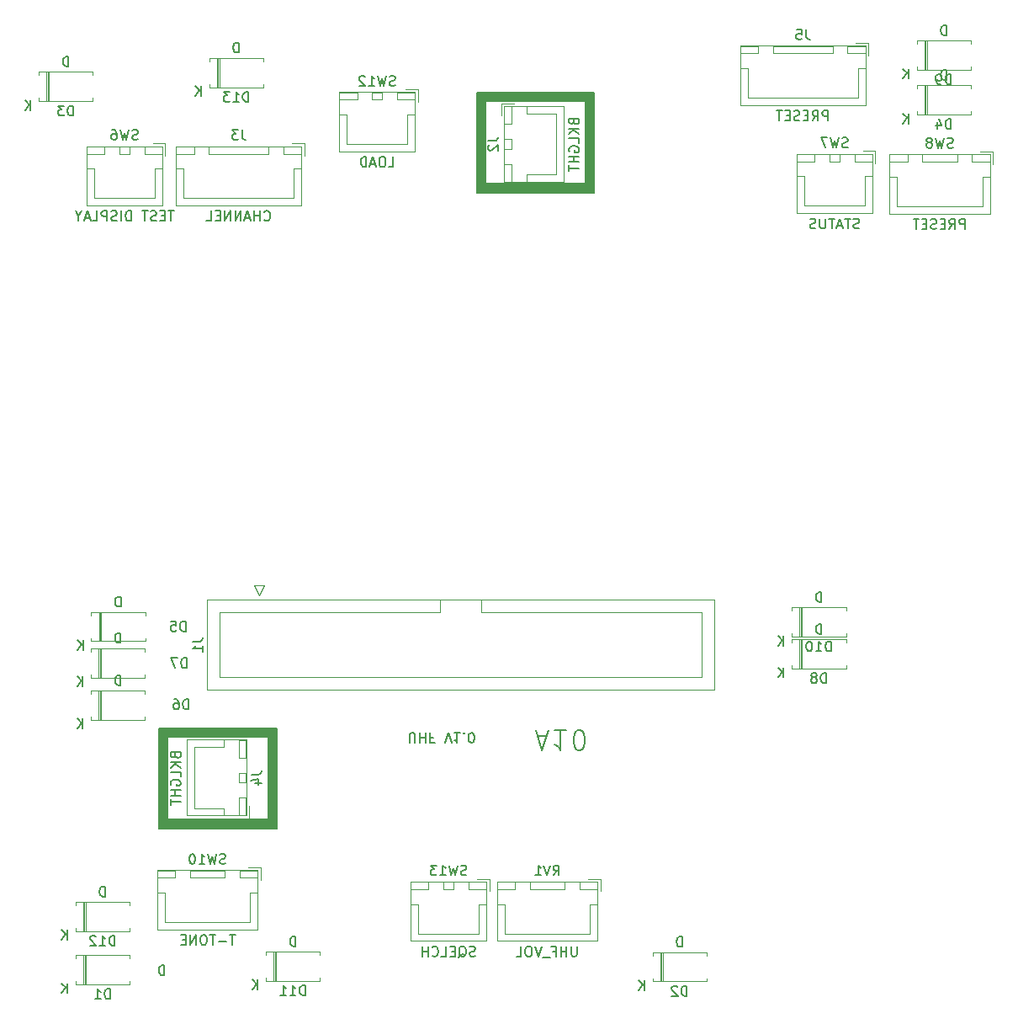
<source format=gbr>
%TF.GenerationSoftware,KiCad,Pcbnew,8.0.2-1*%
%TF.CreationDate,2024-08-11T12:42:30+10:00*%
%TF.ProjectId,UHF-ROTARIES,5548462d-524f-4544-9152-4945532e6b69,rev?*%
%TF.SameCoordinates,Original*%
%TF.FileFunction,Legend,Bot*%
%TF.FilePolarity,Positive*%
%FSLAX46Y46*%
G04 Gerber Fmt 4.6, Leading zero omitted, Abs format (unit mm)*
G04 Created by KiCad (PCBNEW 8.0.2-1) date 2024-08-11 12:42:30*
%MOMM*%
%LPD*%
G01*
G04 APERTURE LIST*
%ADD10C,0.150000*%
%ADD11C,0.120000*%
G04 APERTURE END LIST*
D10*
X91457300Y42450000D02*
X101842700Y42450000D01*
X101842700Y41590000D01*
X91457300Y41590000D01*
X91457300Y42450000D01*
G36*
X91457300Y42450000D02*
G01*
X101842700Y42450000D01*
X101842700Y41590000D01*
X91457300Y41590000D01*
X91457300Y42450000D01*
G37*
X101640000Y42420000D02*
X102500000Y42420000D01*
X102500000Y32380000D01*
X101640000Y32380000D01*
X101640000Y42420000D01*
G36*
X101640000Y42420000D02*
G01*
X102500000Y42420000D01*
X102500000Y32380000D01*
X101640000Y32380000D01*
X101640000Y42420000D01*
G37*
X69682700Y-21500000D02*
X70542700Y-21500000D01*
X70542700Y-31540000D01*
X69682700Y-31540000D01*
X69682700Y-21500000D01*
G36*
X69682700Y-21500000D02*
G01*
X70542700Y-21500000D01*
X70542700Y-31540000D01*
X69682700Y-31540000D01*
X69682700Y-21500000D01*
G37*
X90682300Y33260000D02*
X102517700Y33260000D01*
X102517700Y32400000D01*
X90682300Y32400000D01*
X90682300Y33260000D01*
G36*
X90682300Y33260000D02*
G01*
X102517700Y33260000D01*
X102517700Y32400000D01*
X90682300Y32400000D01*
X90682300Y33260000D01*
G37*
X59500000Y-21470000D02*
X69885400Y-21470000D01*
X69885400Y-22330000D01*
X59500000Y-22330000D01*
X59500000Y-21470000D01*
G36*
X59500000Y-21470000D02*
G01*
X69885400Y-21470000D01*
X69885400Y-22330000D01*
X59500000Y-22330000D01*
X59500000Y-21470000D01*
G37*
X58742700Y-21470000D02*
X59602700Y-21470000D01*
X59602700Y-31470000D01*
X58742700Y-31470000D01*
X58742700Y-21470000D01*
G36*
X58742700Y-21470000D02*
G01*
X59602700Y-21470000D01*
X59602700Y-31470000D01*
X58742700Y-31470000D01*
X58742700Y-21470000D01*
G37*
X90700000Y42450000D02*
X91560000Y42450000D01*
X91560000Y32450000D01*
X90700000Y32450000D01*
X90700000Y42450000D01*
G36*
X90700000Y42450000D02*
G01*
X91560000Y42450000D01*
X91560000Y32450000D01*
X90700000Y32450000D01*
X90700000Y42450000D01*
G37*
X58725000Y-30660000D02*
X70560400Y-30660000D01*
X70560400Y-31520000D01*
X58725000Y-31520000D01*
X58725000Y-30660000D01*
G36*
X58725000Y-30660000D02*
G01*
X70560400Y-30660000D01*
X70560400Y-31520000D01*
X58725000Y-31520000D01*
X58725000Y-30660000D01*
G37*
X96799636Y-22243990D02*
X97752017Y-22243990D01*
X96609160Y-21672561D02*
X97275826Y-23672561D01*
X97275826Y-23672561D02*
X97942493Y-21672561D01*
X99656779Y-21672561D02*
X98513922Y-21672561D01*
X99085350Y-21672561D02*
X99085350Y-23672561D01*
X99085350Y-23672561D02*
X98894874Y-23386847D01*
X98894874Y-23386847D02*
X98704398Y-23196371D01*
X98704398Y-23196371D02*
X98513922Y-23101133D01*
X100894874Y-23672561D02*
X101085351Y-23672561D01*
X101085351Y-23672561D02*
X101275827Y-23577323D01*
X101275827Y-23577323D02*
X101371065Y-23482085D01*
X101371065Y-23482085D02*
X101466303Y-23291609D01*
X101466303Y-23291609D02*
X101561541Y-22910657D01*
X101561541Y-22910657D02*
X101561541Y-22434466D01*
X101561541Y-22434466D02*
X101466303Y-22053514D01*
X101466303Y-22053514D02*
X101371065Y-21863038D01*
X101371065Y-21863038D02*
X101275827Y-21767800D01*
X101275827Y-21767800D02*
X101085351Y-21672561D01*
X101085351Y-21672561D02*
X100894874Y-21672561D01*
X100894874Y-21672561D02*
X100704398Y-21767800D01*
X100704398Y-21767800D02*
X100609160Y-21863038D01*
X100609160Y-21863038D02*
X100513922Y-22053514D01*
X100513922Y-22053514D02*
X100418684Y-22434466D01*
X100418684Y-22434466D02*
X100418684Y-22910657D01*
X100418684Y-22910657D02*
X100513922Y-23291609D01*
X100513922Y-23291609D02*
X100609160Y-23482085D01*
X100609160Y-23482085D02*
X100704398Y-23577323D01*
X100704398Y-23577323D02*
X100894874Y-23672561D01*
X83916779Y-22920180D02*
X83916779Y-22110657D01*
X83916779Y-22110657D02*
X83964398Y-22015419D01*
X83964398Y-22015419D02*
X84012017Y-21967800D01*
X84012017Y-21967800D02*
X84107255Y-21920180D01*
X84107255Y-21920180D02*
X84297731Y-21920180D01*
X84297731Y-21920180D02*
X84392969Y-21967800D01*
X84392969Y-21967800D02*
X84440588Y-22015419D01*
X84440588Y-22015419D02*
X84488207Y-22110657D01*
X84488207Y-22110657D02*
X84488207Y-22920180D01*
X84964398Y-21920180D02*
X84964398Y-22920180D01*
X84964398Y-22443990D02*
X85535826Y-22443990D01*
X85535826Y-21920180D02*
X85535826Y-22920180D01*
X86345350Y-22443990D02*
X86012017Y-22443990D01*
X86012017Y-21920180D02*
X86012017Y-22920180D01*
X86012017Y-22920180D02*
X86488207Y-22920180D01*
X87488208Y-22920180D02*
X87821541Y-21920180D01*
X87821541Y-21920180D02*
X88154874Y-22920180D01*
X89012017Y-21920180D02*
X88440589Y-21920180D01*
X88726303Y-21920180D02*
X88726303Y-22920180D01*
X88726303Y-22920180D02*
X88631065Y-22777323D01*
X88631065Y-22777323D02*
X88535827Y-22682085D01*
X88535827Y-22682085D02*
X88440589Y-22634466D01*
X89440589Y-22015419D02*
X89488208Y-21967800D01*
X89488208Y-21967800D02*
X89440589Y-21920180D01*
X89440589Y-21920180D02*
X89392970Y-21967800D01*
X89392970Y-21967800D02*
X89440589Y-22015419D01*
X89440589Y-22015419D02*
X89440589Y-21920180D01*
X90107255Y-22920180D02*
X90202493Y-22920180D01*
X90202493Y-22920180D02*
X90297731Y-22872561D01*
X90297731Y-22872561D02*
X90345350Y-22824942D01*
X90345350Y-22824942D02*
X90392969Y-22729704D01*
X90392969Y-22729704D02*
X90440588Y-22539228D01*
X90440588Y-22539228D02*
X90440588Y-22301133D01*
X90440588Y-22301133D02*
X90392969Y-22110657D01*
X90392969Y-22110657D02*
X90345350Y-22015419D01*
X90345350Y-22015419D02*
X90297731Y-21967800D01*
X90297731Y-21967800D02*
X90202493Y-21920180D01*
X90202493Y-21920180D02*
X90107255Y-21920180D01*
X90107255Y-21920180D02*
X90012017Y-21967800D01*
X90012017Y-21967800D02*
X89964398Y-22015419D01*
X89964398Y-22015419D02*
X89916779Y-22110657D01*
X89916779Y-22110657D02*
X89869160Y-22301133D01*
X89869160Y-22301133D02*
X89869160Y-22539228D01*
X89869160Y-22539228D02*
X89916779Y-22729704D01*
X89916779Y-22729704D02*
X89964398Y-22824942D01*
X89964398Y-22824942D02*
X90012017Y-22872561D01*
X90012017Y-22872561D02*
X90107255Y-22920180D01*
X67704285Y41525180D02*
X67704285Y42525180D01*
X67704285Y42525180D02*
X67466190Y42525180D01*
X67466190Y42525180D02*
X67323333Y42477561D01*
X67323333Y42477561D02*
X67228095Y42382323D01*
X67228095Y42382323D02*
X67180476Y42287085D01*
X67180476Y42287085D02*
X67132857Y42096609D01*
X67132857Y42096609D02*
X67132857Y41953752D01*
X67132857Y41953752D02*
X67180476Y41763276D01*
X67180476Y41763276D02*
X67228095Y41668038D01*
X67228095Y41668038D02*
X67323333Y41572800D01*
X67323333Y41572800D02*
X67466190Y41525180D01*
X67466190Y41525180D02*
X67704285Y41525180D01*
X66180476Y41525180D02*
X66751904Y41525180D01*
X66466190Y41525180D02*
X66466190Y42525180D01*
X66466190Y42525180D02*
X66561428Y42382323D01*
X66561428Y42382323D02*
X66656666Y42287085D01*
X66656666Y42287085D02*
X66751904Y42239466D01*
X65847142Y42525180D02*
X65228095Y42525180D01*
X65228095Y42525180D02*
X65561428Y42144228D01*
X65561428Y42144228D02*
X65418571Y42144228D01*
X65418571Y42144228D02*
X65323333Y42096609D01*
X65323333Y42096609D02*
X65275714Y42048990D01*
X65275714Y42048990D02*
X65228095Y41953752D01*
X65228095Y41953752D02*
X65228095Y41715657D01*
X65228095Y41715657D02*
X65275714Y41620419D01*
X65275714Y41620419D02*
X65323333Y41572800D01*
X65323333Y41572800D02*
X65418571Y41525180D01*
X65418571Y41525180D02*
X65704285Y41525180D01*
X65704285Y41525180D02*
X65799523Y41572800D01*
X65799523Y41572800D02*
X65847142Y41620419D01*
X66751904Y46465180D02*
X66751904Y47465180D01*
X66751904Y47465180D02*
X66513809Y47465180D01*
X66513809Y47465180D02*
X66370952Y47417561D01*
X66370952Y47417561D02*
X66275714Y47322323D01*
X66275714Y47322323D02*
X66228095Y47227085D01*
X66228095Y47227085D02*
X66180476Y47036609D01*
X66180476Y47036609D02*
X66180476Y46893752D01*
X66180476Y46893752D02*
X66228095Y46703276D01*
X66228095Y46703276D02*
X66275714Y46608038D01*
X66275714Y46608038D02*
X66370952Y46512800D01*
X66370952Y46512800D02*
X66513809Y46465180D01*
X66513809Y46465180D02*
X66751904Y46465180D01*
X62941904Y42095180D02*
X62941904Y43095180D01*
X62370476Y42095180D02*
X62799047Y42666609D01*
X62370476Y43095180D02*
X62941904Y42523752D01*
X128033332Y36967800D02*
X127890475Y36920180D01*
X127890475Y36920180D02*
X127652380Y36920180D01*
X127652380Y36920180D02*
X127557142Y36967800D01*
X127557142Y36967800D02*
X127509523Y37015419D01*
X127509523Y37015419D02*
X127461904Y37110657D01*
X127461904Y37110657D02*
X127461904Y37205895D01*
X127461904Y37205895D02*
X127509523Y37301133D01*
X127509523Y37301133D02*
X127557142Y37348752D01*
X127557142Y37348752D02*
X127652380Y37396371D01*
X127652380Y37396371D02*
X127842856Y37443990D01*
X127842856Y37443990D02*
X127938094Y37491609D01*
X127938094Y37491609D02*
X127985713Y37539228D01*
X127985713Y37539228D02*
X128033332Y37634466D01*
X128033332Y37634466D02*
X128033332Y37729704D01*
X128033332Y37729704D02*
X127985713Y37824942D01*
X127985713Y37824942D02*
X127938094Y37872561D01*
X127938094Y37872561D02*
X127842856Y37920180D01*
X127842856Y37920180D02*
X127604761Y37920180D01*
X127604761Y37920180D02*
X127461904Y37872561D01*
X127128570Y37920180D02*
X126890475Y36920180D01*
X126890475Y36920180D02*
X126699999Y37634466D01*
X126699999Y37634466D02*
X126509523Y36920180D01*
X126509523Y36920180D02*
X126271428Y37920180D01*
X125985713Y37920180D02*
X125319047Y37920180D01*
X125319047Y37920180D02*
X125747618Y36920180D01*
X129176190Y28817800D02*
X129033333Y28770180D01*
X129033333Y28770180D02*
X128795238Y28770180D01*
X128795238Y28770180D02*
X128700000Y28817800D01*
X128700000Y28817800D02*
X128652381Y28865419D01*
X128652381Y28865419D02*
X128604762Y28960657D01*
X128604762Y28960657D02*
X128604762Y29055895D01*
X128604762Y29055895D02*
X128652381Y29151133D01*
X128652381Y29151133D02*
X128700000Y29198752D01*
X128700000Y29198752D02*
X128795238Y29246371D01*
X128795238Y29246371D02*
X128985714Y29293990D01*
X128985714Y29293990D02*
X129080952Y29341609D01*
X129080952Y29341609D02*
X129128571Y29389228D01*
X129128571Y29389228D02*
X129176190Y29484466D01*
X129176190Y29484466D02*
X129176190Y29579704D01*
X129176190Y29579704D02*
X129128571Y29674942D01*
X129128571Y29674942D02*
X129080952Y29722561D01*
X129080952Y29722561D02*
X128985714Y29770180D01*
X128985714Y29770180D02*
X128747619Y29770180D01*
X128747619Y29770180D02*
X128604762Y29722561D01*
X128319047Y29770180D02*
X127747619Y29770180D01*
X128033333Y28770180D02*
X128033333Y29770180D01*
X127461904Y29055895D02*
X126985714Y29055895D01*
X127557142Y28770180D02*
X127223809Y29770180D01*
X127223809Y29770180D02*
X126890476Y28770180D01*
X126699999Y29770180D02*
X126128571Y29770180D01*
X126414285Y28770180D02*
X126414285Y29770180D01*
X125795237Y29770180D02*
X125795237Y28960657D01*
X125795237Y28960657D02*
X125747618Y28865419D01*
X125747618Y28865419D02*
X125699999Y28817800D01*
X125699999Y28817800D02*
X125604761Y28770180D01*
X125604761Y28770180D02*
X125414285Y28770180D01*
X125414285Y28770180D02*
X125319047Y28817800D01*
X125319047Y28817800D02*
X125271428Y28865419D01*
X125271428Y28865419D02*
X125223809Y28960657D01*
X125223809Y28960657D02*
X125223809Y29770180D01*
X124795237Y28817800D02*
X124652380Y28770180D01*
X124652380Y28770180D02*
X124414285Y28770180D01*
X124414285Y28770180D02*
X124319047Y28817800D01*
X124319047Y28817800D02*
X124271428Y28865419D01*
X124271428Y28865419D02*
X124223809Y28960657D01*
X124223809Y28960657D02*
X124223809Y29055895D01*
X124223809Y29055895D02*
X124271428Y29151133D01*
X124271428Y29151133D02*
X124319047Y29198752D01*
X124319047Y29198752D02*
X124414285Y29246371D01*
X124414285Y29246371D02*
X124604761Y29293990D01*
X124604761Y29293990D02*
X124699999Y29341609D01*
X124699999Y29341609D02*
X124747618Y29389228D01*
X124747618Y29389228D02*
X124795237Y29484466D01*
X124795237Y29484466D02*
X124795237Y29579704D01*
X124795237Y29579704D02*
X124747618Y29674942D01*
X124747618Y29674942D02*
X124699999Y29722561D01*
X124699999Y29722561D02*
X124604761Y29770180D01*
X124604761Y29770180D02*
X124366666Y29770180D01*
X124366666Y29770180D02*
X124223809Y29722561D01*
X61688094Y-19554819D02*
X61688094Y-18554819D01*
X61688094Y-18554819D02*
X61449999Y-18554819D01*
X61449999Y-18554819D02*
X61307142Y-18602438D01*
X61307142Y-18602438D02*
X61211904Y-18697676D01*
X61211904Y-18697676D02*
X61164285Y-18792914D01*
X61164285Y-18792914D02*
X61116666Y-18983390D01*
X61116666Y-18983390D02*
X61116666Y-19126247D01*
X61116666Y-19126247D02*
X61164285Y-19316723D01*
X61164285Y-19316723D02*
X61211904Y-19411961D01*
X61211904Y-19411961D02*
X61307142Y-19507200D01*
X61307142Y-19507200D02*
X61449999Y-19554819D01*
X61449999Y-19554819D02*
X61688094Y-19554819D01*
X60259523Y-18554819D02*
X60449999Y-18554819D01*
X60449999Y-18554819D02*
X60545237Y-18602438D01*
X60545237Y-18602438D02*
X60592856Y-18650057D01*
X60592856Y-18650057D02*
X60688094Y-18792914D01*
X60688094Y-18792914D02*
X60735713Y-18983390D01*
X60735713Y-18983390D02*
X60735713Y-19364342D01*
X60735713Y-19364342D02*
X60688094Y-19459580D01*
X60688094Y-19459580D02*
X60640475Y-19507200D01*
X60640475Y-19507200D02*
X60545237Y-19554819D01*
X60545237Y-19554819D02*
X60354761Y-19554819D01*
X60354761Y-19554819D02*
X60259523Y-19507200D01*
X60259523Y-19507200D02*
X60211904Y-19459580D01*
X60211904Y-19459580D02*
X60164285Y-19364342D01*
X60164285Y-19364342D02*
X60164285Y-19126247D01*
X60164285Y-19126247D02*
X60211904Y-19031009D01*
X60211904Y-19031009D02*
X60259523Y-18983390D01*
X60259523Y-18983390D02*
X60354761Y-18935771D01*
X60354761Y-18935771D02*
X60545237Y-18935771D01*
X60545237Y-18935771D02*
X60640475Y-18983390D01*
X60640475Y-18983390D02*
X60688094Y-19031009D01*
X60688094Y-19031009D02*
X60735713Y-19126247D01*
X54861904Y-17134819D02*
X54861904Y-16134819D01*
X54861904Y-16134819D02*
X54623809Y-16134819D01*
X54623809Y-16134819D02*
X54480952Y-16182438D01*
X54480952Y-16182438D02*
X54385714Y-16277676D01*
X54385714Y-16277676D02*
X54338095Y-16372914D01*
X54338095Y-16372914D02*
X54290476Y-16563390D01*
X54290476Y-16563390D02*
X54290476Y-16706247D01*
X54290476Y-16706247D02*
X54338095Y-16896723D01*
X54338095Y-16896723D02*
X54385714Y-16991961D01*
X54385714Y-16991961D02*
X54480952Y-17087200D01*
X54480952Y-17087200D02*
X54623809Y-17134819D01*
X54623809Y-17134819D02*
X54861904Y-17134819D01*
X51051904Y-21504819D02*
X51051904Y-20504819D01*
X50480476Y-21504819D02*
X50909047Y-20933390D01*
X50480476Y-20504819D02*
X51051904Y-21076247D01*
X98395238Y-36254819D02*
X98728571Y-35778628D01*
X98966666Y-36254819D02*
X98966666Y-35254819D01*
X98966666Y-35254819D02*
X98585714Y-35254819D01*
X98585714Y-35254819D02*
X98490476Y-35302438D01*
X98490476Y-35302438D02*
X98442857Y-35350057D01*
X98442857Y-35350057D02*
X98395238Y-35445295D01*
X98395238Y-35445295D02*
X98395238Y-35588152D01*
X98395238Y-35588152D02*
X98442857Y-35683390D01*
X98442857Y-35683390D02*
X98490476Y-35731009D01*
X98490476Y-35731009D02*
X98585714Y-35778628D01*
X98585714Y-35778628D02*
X98966666Y-35778628D01*
X98109523Y-35254819D02*
X97776190Y-36254819D01*
X97776190Y-36254819D02*
X97442857Y-35254819D01*
X96585714Y-36254819D02*
X97157142Y-36254819D01*
X96871428Y-36254819D02*
X96871428Y-35254819D01*
X96871428Y-35254819D02*
X96966666Y-35397676D01*
X96966666Y-35397676D02*
X97061904Y-35492914D01*
X97061904Y-35492914D02*
X97157142Y-35540533D01*
X100776190Y-43404819D02*
X100776190Y-44214342D01*
X100776190Y-44214342D02*
X100728571Y-44309580D01*
X100728571Y-44309580D02*
X100680952Y-44357200D01*
X100680952Y-44357200D02*
X100585714Y-44404819D01*
X100585714Y-44404819D02*
X100395238Y-44404819D01*
X100395238Y-44404819D02*
X100300000Y-44357200D01*
X100300000Y-44357200D02*
X100252381Y-44309580D01*
X100252381Y-44309580D02*
X100204762Y-44214342D01*
X100204762Y-44214342D02*
X100204762Y-43404819D01*
X99728571Y-44404819D02*
X99728571Y-43404819D01*
X99728571Y-43881009D02*
X99157143Y-43881009D01*
X99157143Y-44404819D02*
X99157143Y-43404819D01*
X98347619Y-43881009D02*
X98680952Y-43881009D01*
X98680952Y-44404819D02*
X98680952Y-43404819D01*
X98680952Y-43404819D02*
X98204762Y-43404819D01*
X98061905Y-44500057D02*
X97300000Y-44500057D01*
X97204761Y-43404819D02*
X96871428Y-44404819D01*
X96871428Y-44404819D02*
X96538095Y-43404819D01*
X96014285Y-43404819D02*
X95823809Y-43404819D01*
X95823809Y-43404819D02*
X95728571Y-43452438D01*
X95728571Y-43452438D02*
X95633333Y-43547676D01*
X95633333Y-43547676D02*
X95585714Y-43738152D01*
X95585714Y-43738152D02*
X95585714Y-44071485D01*
X95585714Y-44071485D02*
X95633333Y-44261961D01*
X95633333Y-44261961D02*
X95728571Y-44357200D01*
X95728571Y-44357200D02*
X95823809Y-44404819D01*
X95823809Y-44404819D02*
X96014285Y-44404819D01*
X96014285Y-44404819D02*
X96109523Y-44357200D01*
X96109523Y-44357200D02*
X96204761Y-44261961D01*
X96204761Y-44261961D02*
X96252380Y-44071485D01*
X96252380Y-44071485D02*
X96252380Y-43738152D01*
X96252380Y-43738152D02*
X96204761Y-43547676D01*
X96204761Y-43547676D02*
X96109523Y-43452438D01*
X96109523Y-43452438D02*
X96014285Y-43404819D01*
X94680952Y-44404819D02*
X95157142Y-44404819D01*
X95157142Y-44404819D02*
X95157142Y-43404819D01*
X91824819Y37603333D02*
X92539104Y37603333D01*
X92539104Y37603333D02*
X92681961Y37650952D01*
X92681961Y37650952D02*
X92777200Y37746190D01*
X92777200Y37746190D02*
X92824819Y37889047D01*
X92824819Y37889047D02*
X92824819Y37984285D01*
X91920057Y37174761D02*
X91872438Y37127142D01*
X91872438Y37127142D02*
X91824819Y37031904D01*
X91824819Y37031904D02*
X91824819Y36793809D01*
X91824819Y36793809D02*
X91872438Y36698571D01*
X91872438Y36698571D02*
X91920057Y36650952D01*
X91920057Y36650952D02*
X92015295Y36603333D01*
X92015295Y36603333D02*
X92110533Y36603333D01*
X92110533Y36603333D02*
X92253390Y36650952D01*
X92253390Y36650952D02*
X92824819Y37222380D01*
X92824819Y37222380D02*
X92824819Y36603333D01*
X100451009Y39508095D02*
X100498628Y39365238D01*
X100498628Y39365238D02*
X100546247Y39317619D01*
X100546247Y39317619D02*
X100641485Y39270000D01*
X100641485Y39270000D02*
X100784342Y39270000D01*
X100784342Y39270000D02*
X100879580Y39317619D01*
X100879580Y39317619D02*
X100927200Y39365238D01*
X100927200Y39365238D02*
X100974819Y39460476D01*
X100974819Y39460476D02*
X100974819Y39841428D01*
X100974819Y39841428D02*
X99974819Y39841428D01*
X99974819Y39841428D02*
X99974819Y39508095D01*
X99974819Y39508095D02*
X100022438Y39412857D01*
X100022438Y39412857D02*
X100070057Y39365238D01*
X100070057Y39365238D02*
X100165295Y39317619D01*
X100165295Y39317619D02*
X100260533Y39317619D01*
X100260533Y39317619D02*
X100355771Y39365238D01*
X100355771Y39365238D02*
X100403390Y39412857D01*
X100403390Y39412857D02*
X100451009Y39508095D01*
X100451009Y39508095D02*
X100451009Y39841428D01*
X100974819Y38841428D02*
X99974819Y38841428D01*
X100974819Y38270000D02*
X100403390Y38698571D01*
X99974819Y38270000D02*
X100546247Y38841428D01*
X100974819Y37365238D02*
X100974819Y37841428D01*
X100974819Y37841428D02*
X99974819Y37841428D01*
X100022438Y36508095D02*
X99974819Y36603333D01*
X99974819Y36603333D02*
X99974819Y36746190D01*
X99974819Y36746190D02*
X100022438Y36889047D01*
X100022438Y36889047D02*
X100117676Y36984285D01*
X100117676Y36984285D02*
X100212914Y37031904D01*
X100212914Y37031904D02*
X100403390Y37079523D01*
X100403390Y37079523D02*
X100546247Y37079523D01*
X100546247Y37079523D02*
X100736723Y37031904D01*
X100736723Y37031904D02*
X100831961Y36984285D01*
X100831961Y36984285D02*
X100927200Y36889047D01*
X100927200Y36889047D02*
X100974819Y36746190D01*
X100974819Y36746190D02*
X100974819Y36650952D01*
X100974819Y36650952D02*
X100927200Y36508095D01*
X100927200Y36508095D02*
X100879580Y36460476D01*
X100879580Y36460476D02*
X100546247Y36460476D01*
X100546247Y36460476D02*
X100546247Y36650952D01*
X100974819Y36031904D02*
X99974819Y36031904D01*
X100451009Y36031904D02*
X100451009Y35460476D01*
X100974819Y35460476D02*
X99974819Y35460476D01*
X99974819Y35127142D02*
X99974819Y34555714D01*
X100974819Y34841428D02*
X99974819Y34841428D01*
X138428094Y38775180D02*
X138428094Y39775180D01*
X138428094Y39775180D02*
X138189999Y39775180D01*
X138189999Y39775180D02*
X138047142Y39727561D01*
X138047142Y39727561D02*
X137951904Y39632323D01*
X137951904Y39632323D02*
X137904285Y39537085D01*
X137904285Y39537085D02*
X137856666Y39346609D01*
X137856666Y39346609D02*
X137856666Y39203752D01*
X137856666Y39203752D02*
X137904285Y39013276D01*
X137904285Y39013276D02*
X137951904Y38918038D01*
X137951904Y38918038D02*
X138047142Y38822800D01*
X138047142Y38822800D02*
X138189999Y38775180D01*
X138189999Y38775180D02*
X138428094Y38775180D01*
X136999523Y39441847D02*
X136999523Y38775180D01*
X137237618Y39822800D02*
X137475713Y39108514D01*
X137475713Y39108514D02*
X136856666Y39108514D01*
X137951904Y43715180D02*
X137951904Y44715180D01*
X137951904Y44715180D02*
X137713809Y44715180D01*
X137713809Y44715180D02*
X137570952Y44667561D01*
X137570952Y44667561D02*
X137475714Y44572323D01*
X137475714Y44572323D02*
X137428095Y44477085D01*
X137428095Y44477085D02*
X137380476Y44286609D01*
X137380476Y44286609D02*
X137380476Y44143752D01*
X137380476Y44143752D02*
X137428095Y43953276D01*
X137428095Y43953276D02*
X137475714Y43858038D01*
X137475714Y43858038D02*
X137570952Y43762800D01*
X137570952Y43762800D02*
X137713809Y43715180D01*
X137713809Y43715180D02*
X137951904Y43715180D01*
X134141904Y39345180D02*
X134141904Y40345180D01*
X133570476Y39345180D02*
X133999047Y39916609D01*
X133570476Y40345180D02*
X134141904Y39773752D01*
X61488094Y-15404819D02*
X61488094Y-14404819D01*
X61488094Y-14404819D02*
X61249999Y-14404819D01*
X61249999Y-14404819D02*
X61107142Y-14452438D01*
X61107142Y-14452438D02*
X61011904Y-14547676D01*
X61011904Y-14547676D02*
X60964285Y-14642914D01*
X60964285Y-14642914D02*
X60916666Y-14833390D01*
X60916666Y-14833390D02*
X60916666Y-14976247D01*
X60916666Y-14976247D02*
X60964285Y-15166723D01*
X60964285Y-15166723D02*
X61011904Y-15261961D01*
X61011904Y-15261961D02*
X61107142Y-15357200D01*
X61107142Y-15357200D02*
X61249999Y-15404819D01*
X61249999Y-15404819D02*
X61488094Y-15404819D01*
X60583332Y-14404819D02*
X59916666Y-14404819D01*
X59916666Y-14404819D02*
X60345237Y-15404819D01*
X54861904Y-12884819D02*
X54861904Y-11884819D01*
X54861904Y-11884819D02*
X54623809Y-11884819D01*
X54623809Y-11884819D02*
X54480952Y-11932438D01*
X54480952Y-11932438D02*
X54385714Y-12027676D01*
X54385714Y-12027676D02*
X54338095Y-12122914D01*
X54338095Y-12122914D02*
X54290476Y-12313390D01*
X54290476Y-12313390D02*
X54290476Y-12456247D01*
X54290476Y-12456247D02*
X54338095Y-12646723D01*
X54338095Y-12646723D02*
X54385714Y-12741961D01*
X54385714Y-12741961D02*
X54480952Y-12837200D01*
X54480952Y-12837200D02*
X54623809Y-12884819D01*
X54623809Y-12884819D02*
X54861904Y-12884819D01*
X51051904Y-17254819D02*
X51051904Y-16254819D01*
X50480476Y-17254819D02*
X50909047Y-16683390D01*
X50480476Y-16254819D02*
X51051904Y-16826247D01*
X138428094Y43275180D02*
X138428094Y44275180D01*
X138428094Y44275180D02*
X138189999Y44275180D01*
X138189999Y44275180D02*
X138047142Y44227561D01*
X138047142Y44227561D02*
X137951904Y44132323D01*
X137951904Y44132323D02*
X137904285Y44037085D01*
X137904285Y44037085D02*
X137856666Y43846609D01*
X137856666Y43846609D02*
X137856666Y43703752D01*
X137856666Y43703752D02*
X137904285Y43513276D01*
X137904285Y43513276D02*
X137951904Y43418038D01*
X137951904Y43418038D02*
X138047142Y43322800D01*
X138047142Y43322800D02*
X138189999Y43275180D01*
X138189999Y43275180D02*
X138428094Y43275180D01*
X137380475Y43275180D02*
X137189999Y43275180D01*
X137189999Y43275180D02*
X137094761Y43322800D01*
X137094761Y43322800D02*
X137047142Y43370419D01*
X137047142Y43370419D02*
X136951904Y43513276D01*
X136951904Y43513276D02*
X136904285Y43703752D01*
X136904285Y43703752D02*
X136904285Y44084704D01*
X136904285Y44084704D02*
X136951904Y44179942D01*
X136951904Y44179942D02*
X136999523Y44227561D01*
X136999523Y44227561D02*
X137094761Y44275180D01*
X137094761Y44275180D02*
X137285237Y44275180D01*
X137285237Y44275180D02*
X137380475Y44227561D01*
X137380475Y44227561D02*
X137428094Y44179942D01*
X137428094Y44179942D02*
X137475713Y44084704D01*
X137475713Y44084704D02*
X137475713Y43846609D01*
X137475713Y43846609D02*
X137428094Y43751371D01*
X137428094Y43751371D02*
X137380475Y43703752D01*
X137380475Y43703752D02*
X137285237Y43656133D01*
X137285237Y43656133D02*
X137094761Y43656133D01*
X137094761Y43656133D02*
X136999523Y43703752D01*
X136999523Y43703752D02*
X136951904Y43751371D01*
X136951904Y43751371D02*
X136904285Y43846609D01*
X137951904Y48215180D02*
X137951904Y49215180D01*
X137951904Y49215180D02*
X137713809Y49215180D01*
X137713809Y49215180D02*
X137570952Y49167561D01*
X137570952Y49167561D02*
X137475714Y49072323D01*
X137475714Y49072323D02*
X137428095Y48977085D01*
X137428095Y48977085D02*
X137380476Y48786609D01*
X137380476Y48786609D02*
X137380476Y48643752D01*
X137380476Y48643752D02*
X137428095Y48453276D01*
X137428095Y48453276D02*
X137475714Y48358038D01*
X137475714Y48358038D02*
X137570952Y48262800D01*
X137570952Y48262800D02*
X137713809Y48215180D01*
X137713809Y48215180D02*
X137951904Y48215180D01*
X134141904Y43845180D02*
X134141904Y44845180D01*
X133570476Y43845180D02*
X133999047Y44416609D01*
X133570476Y44845180D02*
X134141904Y44273752D01*
X123843333Y48775180D02*
X123843333Y48060895D01*
X123843333Y48060895D02*
X123890952Y47918038D01*
X123890952Y47918038D02*
X123986190Y47822800D01*
X123986190Y47822800D02*
X124129047Y47775180D01*
X124129047Y47775180D02*
X124224285Y47775180D01*
X122890952Y48775180D02*
X123367142Y48775180D01*
X123367142Y48775180D02*
X123414761Y48298990D01*
X123414761Y48298990D02*
X123367142Y48346609D01*
X123367142Y48346609D02*
X123271904Y48394228D01*
X123271904Y48394228D02*
X123033809Y48394228D01*
X123033809Y48394228D02*
X122938571Y48346609D01*
X122938571Y48346609D02*
X122890952Y48298990D01*
X122890952Y48298990D02*
X122843333Y48203752D01*
X122843333Y48203752D02*
X122843333Y47965657D01*
X122843333Y47965657D02*
X122890952Y47870419D01*
X122890952Y47870419D02*
X122938571Y47822800D01*
X122938571Y47822800D02*
X123033809Y47775180D01*
X123033809Y47775180D02*
X123271904Y47775180D01*
X123271904Y47775180D02*
X123367142Y47822800D01*
X123367142Y47822800D02*
X123414761Y47870419D01*
X126033809Y39625180D02*
X126033809Y40625180D01*
X126033809Y40625180D02*
X125652857Y40625180D01*
X125652857Y40625180D02*
X125557619Y40577561D01*
X125557619Y40577561D02*
X125510000Y40529942D01*
X125510000Y40529942D02*
X125462381Y40434704D01*
X125462381Y40434704D02*
X125462381Y40291847D01*
X125462381Y40291847D02*
X125510000Y40196609D01*
X125510000Y40196609D02*
X125557619Y40148990D01*
X125557619Y40148990D02*
X125652857Y40101371D01*
X125652857Y40101371D02*
X126033809Y40101371D01*
X124462381Y39625180D02*
X124795714Y40101371D01*
X125033809Y39625180D02*
X125033809Y40625180D01*
X125033809Y40625180D02*
X124652857Y40625180D01*
X124652857Y40625180D02*
X124557619Y40577561D01*
X124557619Y40577561D02*
X124510000Y40529942D01*
X124510000Y40529942D02*
X124462381Y40434704D01*
X124462381Y40434704D02*
X124462381Y40291847D01*
X124462381Y40291847D02*
X124510000Y40196609D01*
X124510000Y40196609D02*
X124557619Y40148990D01*
X124557619Y40148990D02*
X124652857Y40101371D01*
X124652857Y40101371D02*
X125033809Y40101371D01*
X124033809Y40148990D02*
X123700476Y40148990D01*
X123557619Y39625180D02*
X124033809Y39625180D01*
X124033809Y39625180D02*
X124033809Y40625180D01*
X124033809Y40625180D02*
X123557619Y40625180D01*
X123176666Y39672800D02*
X123033809Y39625180D01*
X123033809Y39625180D02*
X122795714Y39625180D01*
X122795714Y39625180D02*
X122700476Y39672800D01*
X122700476Y39672800D02*
X122652857Y39720419D01*
X122652857Y39720419D02*
X122605238Y39815657D01*
X122605238Y39815657D02*
X122605238Y39910895D01*
X122605238Y39910895D02*
X122652857Y40006133D01*
X122652857Y40006133D02*
X122700476Y40053752D01*
X122700476Y40053752D02*
X122795714Y40101371D01*
X122795714Y40101371D02*
X122986190Y40148990D01*
X122986190Y40148990D02*
X123081428Y40196609D01*
X123081428Y40196609D02*
X123129047Y40244228D01*
X123129047Y40244228D02*
X123176666Y40339466D01*
X123176666Y40339466D02*
X123176666Y40434704D01*
X123176666Y40434704D02*
X123129047Y40529942D01*
X123129047Y40529942D02*
X123081428Y40577561D01*
X123081428Y40577561D02*
X122986190Y40625180D01*
X122986190Y40625180D02*
X122748095Y40625180D01*
X122748095Y40625180D02*
X122605238Y40577561D01*
X122176666Y40148990D02*
X121843333Y40148990D01*
X121700476Y39625180D02*
X122176666Y39625180D01*
X122176666Y39625180D02*
X122176666Y40625180D01*
X122176666Y40625180D02*
X121700476Y40625180D01*
X121414761Y40625180D02*
X120843333Y40625180D01*
X121129047Y39625180D02*
X121129047Y40625180D01*
X54254285Y-43324819D02*
X54254285Y-42324819D01*
X54254285Y-42324819D02*
X54016190Y-42324819D01*
X54016190Y-42324819D02*
X53873333Y-42372438D01*
X53873333Y-42372438D02*
X53778095Y-42467676D01*
X53778095Y-42467676D02*
X53730476Y-42562914D01*
X53730476Y-42562914D02*
X53682857Y-42753390D01*
X53682857Y-42753390D02*
X53682857Y-42896247D01*
X53682857Y-42896247D02*
X53730476Y-43086723D01*
X53730476Y-43086723D02*
X53778095Y-43181961D01*
X53778095Y-43181961D02*
X53873333Y-43277200D01*
X53873333Y-43277200D02*
X54016190Y-43324819D01*
X54016190Y-43324819D02*
X54254285Y-43324819D01*
X52730476Y-43324819D02*
X53301904Y-43324819D01*
X53016190Y-43324819D02*
X53016190Y-42324819D01*
X53016190Y-42324819D02*
X53111428Y-42467676D01*
X53111428Y-42467676D02*
X53206666Y-42562914D01*
X53206666Y-42562914D02*
X53301904Y-42610533D01*
X52349523Y-42420057D02*
X52301904Y-42372438D01*
X52301904Y-42372438D02*
X52206666Y-42324819D01*
X52206666Y-42324819D02*
X51968571Y-42324819D01*
X51968571Y-42324819D02*
X51873333Y-42372438D01*
X51873333Y-42372438D02*
X51825714Y-42420057D01*
X51825714Y-42420057D02*
X51778095Y-42515295D01*
X51778095Y-42515295D02*
X51778095Y-42610533D01*
X51778095Y-42610533D02*
X51825714Y-42753390D01*
X51825714Y-42753390D02*
X52397142Y-43324819D01*
X52397142Y-43324819D02*
X51778095Y-43324819D01*
X53301904Y-38384819D02*
X53301904Y-37384819D01*
X53301904Y-37384819D02*
X53063809Y-37384819D01*
X53063809Y-37384819D02*
X52920952Y-37432438D01*
X52920952Y-37432438D02*
X52825714Y-37527676D01*
X52825714Y-37527676D02*
X52778095Y-37622914D01*
X52778095Y-37622914D02*
X52730476Y-37813390D01*
X52730476Y-37813390D02*
X52730476Y-37956247D01*
X52730476Y-37956247D02*
X52778095Y-38146723D01*
X52778095Y-38146723D02*
X52825714Y-38241961D01*
X52825714Y-38241961D02*
X52920952Y-38337200D01*
X52920952Y-38337200D02*
X53063809Y-38384819D01*
X53063809Y-38384819D02*
X53301904Y-38384819D01*
X49491904Y-42754819D02*
X49491904Y-41754819D01*
X48920476Y-42754819D02*
X49349047Y-42183390D01*
X48920476Y-41754819D02*
X49491904Y-42326247D01*
X138623332Y36922800D02*
X138480475Y36875180D01*
X138480475Y36875180D02*
X138242380Y36875180D01*
X138242380Y36875180D02*
X138147142Y36922800D01*
X138147142Y36922800D02*
X138099523Y36970419D01*
X138099523Y36970419D02*
X138051904Y37065657D01*
X138051904Y37065657D02*
X138051904Y37160895D01*
X138051904Y37160895D02*
X138099523Y37256133D01*
X138099523Y37256133D02*
X138147142Y37303752D01*
X138147142Y37303752D02*
X138242380Y37351371D01*
X138242380Y37351371D02*
X138432856Y37398990D01*
X138432856Y37398990D02*
X138528094Y37446609D01*
X138528094Y37446609D02*
X138575713Y37494228D01*
X138575713Y37494228D02*
X138623332Y37589466D01*
X138623332Y37589466D02*
X138623332Y37684704D01*
X138623332Y37684704D02*
X138575713Y37779942D01*
X138575713Y37779942D02*
X138528094Y37827561D01*
X138528094Y37827561D02*
X138432856Y37875180D01*
X138432856Y37875180D02*
X138194761Y37875180D01*
X138194761Y37875180D02*
X138051904Y37827561D01*
X137718570Y37875180D02*
X137480475Y36875180D01*
X137480475Y36875180D02*
X137289999Y37589466D01*
X137289999Y37589466D02*
X137099523Y36875180D01*
X137099523Y36875180D02*
X136861428Y37875180D01*
X136337618Y37446609D02*
X136432856Y37494228D01*
X136432856Y37494228D02*
X136480475Y37541847D01*
X136480475Y37541847D02*
X136528094Y37637085D01*
X136528094Y37637085D02*
X136528094Y37684704D01*
X136528094Y37684704D02*
X136480475Y37779942D01*
X136480475Y37779942D02*
X136432856Y37827561D01*
X136432856Y37827561D02*
X136337618Y37875180D01*
X136337618Y37875180D02*
X136147142Y37875180D01*
X136147142Y37875180D02*
X136051904Y37827561D01*
X136051904Y37827561D02*
X136004285Y37779942D01*
X136004285Y37779942D02*
X135956666Y37684704D01*
X135956666Y37684704D02*
X135956666Y37637085D01*
X135956666Y37637085D02*
X136004285Y37541847D01*
X136004285Y37541847D02*
X136051904Y37494228D01*
X136051904Y37494228D02*
X136147142Y37446609D01*
X136147142Y37446609D02*
X136337618Y37446609D01*
X136337618Y37446609D02*
X136432856Y37398990D01*
X136432856Y37398990D02*
X136480475Y37351371D01*
X136480475Y37351371D02*
X136528094Y37256133D01*
X136528094Y37256133D02*
X136528094Y37065657D01*
X136528094Y37065657D02*
X136480475Y36970419D01*
X136480475Y36970419D02*
X136432856Y36922800D01*
X136432856Y36922800D02*
X136337618Y36875180D01*
X136337618Y36875180D02*
X136147142Y36875180D01*
X136147142Y36875180D02*
X136051904Y36922800D01*
X136051904Y36922800D02*
X136004285Y36970419D01*
X136004285Y36970419D02*
X135956666Y37065657D01*
X135956666Y37065657D02*
X135956666Y37256133D01*
X135956666Y37256133D02*
X136004285Y37351371D01*
X136004285Y37351371D02*
X136051904Y37398990D01*
X136051904Y37398990D02*
X136147142Y37446609D01*
X139813809Y28725180D02*
X139813809Y29725180D01*
X139813809Y29725180D02*
X139432857Y29725180D01*
X139432857Y29725180D02*
X139337619Y29677561D01*
X139337619Y29677561D02*
X139290000Y29629942D01*
X139290000Y29629942D02*
X139242381Y29534704D01*
X139242381Y29534704D02*
X139242381Y29391847D01*
X139242381Y29391847D02*
X139290000Y29296609D01*
X139290000Y29296609D02*
X139337619Y29248990D01*
X139337619Y29248990D02*
X139432857Y29201371D01*
X139432857Y29201371D02*
X139813809Y29201371D01*
X138242381Y28725180D02*
X138575714Y29201371D01*
X138813809Y28725180D02*
X138813809Y29725180D01*
X138813809Y29725180D02*
X138432857Y29725180D01*
X138432857Y29725180D02*
X138337619Y29677561D01*
X138337619Y29677561D02*
X138290000Y29629942D01*
X138290000Y29629942D02*
X138242381Y29534704D01*
X138242381Y29534704D02*
X138242381Y29391847D01*
X138242381Y29391847D02*
X138290000Y29296609D01*
X138290000Y29296609D02*
X138337619Y29248990D01*
X138337619Y29248990D02*
X138432857Y29201371D01*
X138432857Y29201371D02*
X138813809Y29201371D01*
X137813809Y29248990D02*
X137480476Y29248990D01*
X137337619Y28725180D02*
X137813809Y28725180D01*
X137813809Y28725180D02*
X137813809Y29725180D01*
X137813809Y29725180D02*
X137337619Y29725180D01*
X136956666Y28772800D02*
X136813809Y28725180D01*
X136813809Y28725180D02*
X136575714Y28725180D01*
X136575714Y28725180D02*
X136480476Y28772800D01*
X136480476Y28772800D02*
X136432857Y28820419D01*
X136432857Y28820419D02*
X136385238Y28915657D01*
X136385238Y28915657D02*
X136385238Y29010895D01*
X136385238Y29010895D02*
X136432857Y29106133D01*
X136432857Y29106133D02*
X136480476Y29153752D01*
X136480476Y29153752D02*
X136575714Y29201371D01*
X136575714Y29201371D02*
X136766190Y29248990D01*
X136766190Y29248990D02*
X136861428Y29296609D01*
X136861428Y29296609D02*
X136909047Y29344228D01*
X136909047Y29344228D02*
X136956666Y29439466D01*
X136956666Y29439466D02*
X136956666Y29534704D01*
X136956666Y29534704D02*
X136909047Y29629942D01*
X136909047Y29629942D02*
X136861428Y29677561D01*
X136861428Y29677561D02*
X136766190Y29725180D01*
X136766190Y29725180D02*
X136528095Y29725180D01*
X136528095Y29725180D02*
X136385238Y29677561D01*
X135956666Y29248990D02*
X135623333Y29248990D01*
X135480476Y28725180D02*
X135956666Y28725180D01*
X135956666Y28725180D02*
X135956666Y29725180D01*
X135956666Y29725180D02*
X135480476Y29725180D01*
X135194761Y29725180D02*
X134623333Y29725180D01*
X134909047Y28725180D02*
X134909047Y29725180D01*
X82479523Y43172800D02*
X82336666Y43125180D01*
X82336666Y43125180D02*
X82098571Y43125180D01*
X82098571Y43125180D02*
X82003333Y43172800D01*
X82003333Y43172800D02*
X81955714Y43220419D01*
X81955714Y43220419D02*
X81908095Y43315657D01*
X81908095Y43315657D02*
X81908095Y43410895D01*
X81908095Y43410895D02*
X81955714Y43506133D01*
X81955714Y43506133D02*
X82003333Y43553752D01*
X82003333Y43553752D02*
X82098571Y43601371D01*
X82098571Y43601371D02*
X82289047Y43648990D01*
X82289047Y43648990D02*
X82384285Y43696609D01*
X82384285Y43696609D02*
X82431904Y43744228D01*
X82431904Y43744228D02*
X82479523Y43839466D01*
X82479523Y43839466D02*
X82479523Y43934704D01*
X82479523Y43934704D02*
X82431904Y44029942D01*
X82431904Y44029942D02*
X82384285Y44077561D01*
X82384285Y44077561D02*
X82289047Y44125180D01*
X82289047Y44125180D02*
X82050952Y44125180D01*
X82050952Y44125180D02*
X81908095Y44077561D01*
X81574761Y44125180D02*
X81336666Y43125180D01*
X81336666Y43125180D02*
X81146190Y43839466D01*
X81146190Y43839466D02*
X80955714Y43125180D01*
X80955714Y43125180D02*
X80717619Y44125180D01*
X79812857Y43125180D02*
X80384285Y43125180D01*
X80098571Y43125180D02*
X80098571Y44125180D01*
X80098571Y44125180D02*
X80193809Y43982323D01*
X80193809Y43982323D02*
X80289047Y43887085D01*
X80289047Y43887085D02*
X80384285Y43839466D01*
X79431904Y44029942D02*
X79384285Y44077561D01*
X79384285Y44077561D02*
X79289047Y44125180D01*
X79289047Y44125180D02*
X79050952Y44125180D01*
X79050952Y44125180D02*
X78955714Y44077561D01*
X78955714Y44077561D02*
X78908095Y44029942D01*
X78908095Y44029942D02*
X78860476Y43934704D01*
X78860476Y43934704D02*
X78860476Y43839466D01*
X78860476Y43839466D02*
X78908095Y43696609D01*
X78908095Y43696609D02*
X79479523Y43125180D01*
X79479523Y43125180D02*
X78860476Y43125180D01*
X81812857Y34975180D02*
X82289047Y34975180D01*
X82289047Y34975180D02*
X82289047Y35975180D01*
X81289047Y35975180D02*
X81098571Y35975180D01*
X81098571Y35975180D02*
X81003333Y35927561D01*
X81003333Y35927561D02*
X80908095Y35832323D01*
X80908095Y35832323D02*
X80860476Y35641847D01*
X80860476Y35641847D02*
X80860476Y35308514D01*
X80860476Y35308514D02*
X80908095Y35118038D01*
X80908095Y35118038D02*
X81003333Y35022800D01*
X81003333Y35022800D02*
X81098571Y34975180D01*
X81098571Y34975180D02*
X81289047Y34975180D01*
X81289047Y34975180D02*
X81384285Y35022800D01*
X81384285Y35022800D02*
X81479523Y35118038D01*
X81479523Y35118038D02*
X81527142Y35308514D01*
X81527142Y35308514D02*
X81527142Y35641847D01*
X81527142Y35641847D02*
X81479523Y35832323D01*
X81479523Y35832323D02*
X81384285Y35927561D01*
X81384285Y35927561D02*
X81289047Y35975180D01*
X80479523Y35260895D02*
X80003333Y35260895D01*
X80574761Y34975180D02*
X80241428Y35975180D01*
X80241428Y35975180D02*
X79908095Y34975180D01*
X79574761Y34975180D02*
X79574761Y35975180D01*
X79574761Y35975180D02*
X79336666Y35975180D01*
X79336666Y35975180D02*
X79193809Y35927561D01*
X79193809Y35927561D02*
X79098571Y35832323D01*
X79098571Y35832323D02*
X79050952Y35737085D01*
X79050952Y35737085D02*
X79003333Y35546609D01*
X79003333Y35546609D02*
X79003333Y35403752D01*
X79003333Y35403752D02*
X79050952Y35213276D01*
X79050952Y35213276D02*
X79098571Y35118038D01*
X79098571Y35118038D02*
X79193809Y35022800D01*
X79193809Y35022800D02*
X79336666Y34975180D01*
X79336666Y34975180D02*
X79574761Y34975180D01*
X65409523Y-35057200D02*
X65266666Y-35104819D01*
X65266666Y-35104819D02*
X65028571Y-35104819D01*
X65028571Y-35104819D02*
X64933333Y-35057200D01*
X64933333Y-35057200D02*
X64885714Y-35009580D01*
X64885714Y-35009580D02*
X64838095Y-34914342D01*
X64838095Y-34914342D02*
X64838095Y-34819104D01*
X64838095Y-34819104D02*
X64885714Y-34723866D01*
X64885714Y-34723866D02*
X64933333Y-34676247D01*
X64933333Y-34676247D02*
X65028571Y-34628628D01*
X65028571Y-34628628D02*
X65219047Y-34581009D01*
X65219047Y-34581009D02*
X65314285Y-34533390D01*
X65314285Y-34533390D02*
X65361904Y-34485771D01*
X65361904Y-34485771D02*
X65409523Y-34390533D01*
X65409523Y-34390533D02*
X65409523Y-34295295D01*
X65409523Y-34295295D02*
X65361904Y-34200057D01*
X65361904Y-34200057D02*
X65314285Y-34152438D01*
X65314285Y-34152438D02*
X65219047Y-34104819D01*
X65219047Y-34104819D02*
X64980952Y-34104819D01*
X64980952Y-34104819D02*
X64838095Y-34152438D01*
X64504761Y-34104819D02*
X64266666Y-35104819D01*
X64266666Y-35104819D02*
X64076190Y-34390533D01*
X64076190Y-34390533D02*
X63885714Y-35104819D01*
X63885714Y-35104819D02*
X63647619Y-34104819D01*
X62742857Y-35104819D02*
X63314285Y-35104819D01*
X63028571Y-35104819D02*
X63028571Y-34104819D01*
X63028571Y-34104819D02*
X63123809Y-34247676D01*
X63123809Y-34247676D02*
X63219047Y-34342914D01*
X63219047Y-34342914D02*
X63314285Y-34390533D01*
X62123809Y-34104819D02*
X62028571Y-34104819D01*
X62028571Y-34104819D02*
X61933333Y-34152438D01*
X61933333Y-34152438D02*
X61885714Y-34200057D01*
X61885714Y-34200057D02*
X61838095Y-34295295D01*
X61838095Y-34295295D02*
X61790476Y-34485771D01*
X61790476Y-34485771D02*
X61790476Y-34723866D01*
X61790476Y-34723866D02*
X61838095Y-34914342D01*
X61838095Y-34914342D02*
X61885714Y-35009580D01*
X61885714Y-35009580D02*
X61933333Y-35057200D01*
X61933333Y-35057200D02*
X62028571Y-35104819D01*
X62028571Y-35104819D02*
X62123809Y-35104819D01*
X62123809Y-35104819D02*
X62219047Y-35057200D01*
X62219047Y-35057200D02*
X62266666Y-35009580D01*
X62266666Y-35009580D02*
X62314285Y-34914342D01*
X62314285Y-34914342D02*
X62361904Y-34723866D01*
X62361904Y-34723866D02*
X62361904Y-34485771D01*
X62361904Y-34485771D02*
X62314285Y-34295295D01*
X62314285Y-34295295D02*
X62266666Y-34200057D01*
X62266666Y-34200057D02*
X62219047Y-34152438D01*
X62219047Y-34152438D02*
X62123809Y-34104819D01*
X66385713Y-42254819D02*
X65814285Y-42254819D01*
X66099999Y-43254819D02*
X66099999Y-42254819D01*
X65480951Y-42873866D02*
X64719047Y-42873866D01*
X64385713Y-42254819D02*
X63814285Y-42254819D01*
X64099999Y-43254819D02*
X64099999Y-42254819D01*
X63290475Y-42254819D02*
X63099999Y-42254819D01*
X63099999Y-42254819D02*
X63004761Y-42302438D01*
X63004761Y-42302438D02*
X62909523Y-42397676D01*
X62909523Y-42397676D02*
X62861904Y-42588152D01*
X62861904Y-42588152D02*
X62861904Y-42921485D01*
X62861904Y-42921485D02*
X62909523Y-43111961D01*
X62909523Y-43111961D02*
X63004761Y-43207200D01*
X63004761Y-43207200D02*
X63099999Y-43254819D01*
X63099999Y-43254819D02*
X63290475Y-43254819D01*
X63290475Y-43254819D02*
X63385713Y-43207200D01*
X63385713Y-43207200D02*
X63480951Y-43111961D01*
X63480951Y-43111961D02*
X63528570Y-42921485D01*
X63528570Y-42921485D02*
X63528570Y-42588152D01*
X63528570Y-42588152D02*
X63480951Y-42397676D01*
X63480951Y-42397676D02*
X63385713Y-42302438D01*
X63385713Y-42302438D02*
X63290475Y-42254819D01*
X62433332Y-43254819D02*
X62433332Y-42254819D01*
X62433332Y-42254819D02*
X61861904Y-43254819D01*
X61861904Y-43254819D02*
X61861904Y-42254819D01*
X61385713Y-42731009D02*
X61052380Y-42731009D01*
X60909523Y-43254819D02*
X61385713Y-43254819D01*
X61385713Y-43254819D02*
X61385713Y-42254819D01*
X61385713Y-42254819D02*
X60909523Y-42254819D01*
X89659523Y-36207200D02*
X89516666Y-36254819D01*
X89516666Y-36254819D02*
X89278571Y-36254819D01*
X89278571Y-36254819D02*
X89183333Y-36207200D01*
X89183333Y-36207200D02*
X89135714Y-36159580D01*
X89135714Y-36159580D02*
X89088095Y-36064342D01*
X89088095Y-36064342D02*
X89088095Y-35969104D01*
X89088095Y-35969104D02*
X89135714Y-35873866D01*
X89135714Y-35873866D02*
X89183333Y-35826247D01*
X89183333Y-35826247D02*
X89278571Y-35778628D01*
X89278571Y-35778628D02*
X89469047Y-35731009D01*
X89469047Y-35731009D02*
X89564285Y-35683390D01*
X89564285Y-35683390D02*
X89611904Y-35635771D01*
X89611904Y-35635771D02*
X89659523Y-35540533D01*
X89659523Y-35540533D02*
X89659523Y-35445295D01*
X89659523Y-35445295D02*
X89611904Y-35350057D01*
X89611904Y-35350057D02*
X89564285Y-35302438D01*
X89564285Y-35302438D02*
X89469047Y-35254819D01*
X89469047Y-35254819D02*
X89230952Y-35254819D01*
X89230952Y-35254819D02*
X89088095Y-35302438D01*
X88754761Y-35254819D02*
X88516666Y-36254819D01*
X88516666Y-36254819D02*
X88326190Y-35540533D01*
X88326190Y-35540533D02*
X88135714Y-36254819D01*
X88135714Y-36254819D02*
X87897619Y-35254819D01*
X86992857Y-36254819D02*
X87564285Y-36254819D01*
X87278571Y-36254819D02*
X87278571Y-35254819D01*
X87278571Y-35254819D02*
X87373809Y-35397676D01*
X87373809Y-35397676D02*
X87469047Y-35492914D01*
X87469047Y-35492914D02*
X87564285Y-35540533D01*
X86659523Y-35254819D02*
X86040476Y-35254819D01*
X86040476Y-35254819D02*
X86373809Y-35635771D01*
X86373809Y-35635771D02*
X86230952Y-35635771D01*
X86230952Y-35635771D02*
X86135714Y-35683390D01*
X86135714Y-35683390D02*
X86088095Y-35731009D01*
X86088095Y-35731009D02*
X86040476Y-35826247D01*
X86040476Y-35826247D02*
X86040476Y-36064342D01*
X86040476Y-36064342D02*
X86088095Y-36159580D01*
X86088095Y-36159580D02*
X86135714Y-36207200D01*
X86135714Y-36207200D02*
X86230952Y-36254819D01*
X86230952Y-36254819D02*
X86516666Y-36254819D01*
X86516666Y-36254819D02*
X86611904Y-36207200D01*
X86611904Y-36207200D02*
X86659523Y-36159580D01*
X90540475Y-44357200D02*
X90397618Y-44404819D01*
X90397618Y-44404819D02*
X90159523Y-44404819D01*
X90159523Y-44404819D02*
X90064285Y-44357200D01*
X90064285Y-44357200D02*
X90016666Y-44309580D01*
X90016666Y-44309580D02*
X89969047Y-44214342D01*
X89969047Y-44214342D02*
X89969047Y-44119104D01*
X89969047Y-44119104D02*
X90016666Y-44023866D01*
X90016666Y-44023866D02*
X90064285Y-43976247D01*
X90064285Y-43976247D02*
X90159523Y-43928628D01*
X90159523Y-43928628D02*
X90349999Y-43881009D01*
X90349999Y-43881009D02*
X90445237Y-43833390D01*
X90445237Y-43833390D02*
X90492856Y-43785771D01*
X90492856Y-43785771D02*
X90540475Y-43690533D01*
X90540475Y-43690533D02*
X90540475Y-43595295D01*
X90540475Y-43595295D02*
X90492856Y-43500057D01*
X90492856Y-43500057D02*
X90445237Y-43452438D01*
X90445237Y-43452438D02*
X90349999Y-43404819D01*
X90349999Y-43404819D02*
X90111904Y-43404819D01*
X90111904Y-43404819D02*
X89969047Y-43452438D01*
X88873809Y-44500057D02*
X88969047Y-44452438D01*
X88969047Y-44452438D02*
X89064285Y-44357200D01*
X89064285Y-44357200D02*
X89207142Y-44214342D01*
X89207142Y-44214342D02*
X89302380Y-44166723D01*
X89302380Y-44166723D02*
X89397618Y-44166723D01*
X89349999Y-44404819D02*
X89445237Y-44357200D01*
X89445237Y-44357200D02*
X89540475Y-44261961D01*
X89540475Y-44261961D02*
X89588094Y-44071485D01*
X89588094Y-44071485D02*
X89588094Y-43738152D01*
X89588094Y-43738152D02*
X89540475Y-43547676D01*
X89540475Y-43547676D02*
X89445237Y-43452438D01*
X89445237Y-43452438D02*
X89349999Y-43404819D01*
X89349999Y-43404819D02*
X89159523Y-43404819D01*
X89159523Y-43404819D02*
X89064285Y-43452438D01*
X89064285Y-43452438D02*
X88969047Y-43547676D01*
X88969047Y-43547676D02*
X88921428Y-43738152D01*
X88921428Y-43738152D02*
X88921428Y-44071485D01*
X88921428Y-44071485D02*
X88969047Y-44261961D01*
X88969047Y-44261961D02*
X89064285Y-44357200D01*
X89064285Y-44357200D02*
X89159523Y-44404819D01*
X89159523Y-44404819D02*
X89349999Y-44404819D01*
X88492856Y-43881009D02*
X88159523Y-43881009D01*
X88016666Y-44404819D02*
X88492856Y-44404819D01*
X88492856Y-44404819D02*
X88492856Y-43404819D01*
X88492856Y-43404819D02*
X88016666Y-43404819D01*
X87111904Y-44404819D02*
X87588094Y-44404819D01*
X87588094Y-44404819D02*
X87588094Y-43404819D01*
X86207142Y-44309580D02*
X86254761Y-44357200D01*
X86254761Y-44357200D02*
X86397618Y-44404819D01*
X86397618Y-44404819D02*
X86492856Y-44404819D01*
X86492856Y-44404819D02*
X86635713Y-44357200D01*
X86635713Y-44357200D02*
X86730951Y-44261961D01*
X86730951Y-44261961D02*
X86778570Y-44166723D01*
X86778570Y-44166723D02*
X86826189Y-43976247D01*
X86826189Y-43976247D02*
X86826189Y-43833390D01*
X86826189Y-43833390D02*
X86778570Y-43642914D01*
X86778570Y-43642914D02*
X86730951Y-43547676D01*
X86730951Y-43547676D02*
X86635713Y-43452438D01*
X86635713Y-43452438D02*
X86492856Y-43404819D01*
X86492856Y-43404819D02*
X86397618Y-43404819D01*
X86397618Y-43404819D02*
X86254761Y-43452438D01*
X86254761Y-43452438D02*
X86207142Y-43500057D01*
X85778570Y-44404819D02*
X85778570Y-43404819D01*
X85778570Y-43881009D02*
X85207142Y-43881009D01*
X85207142Y-44404819D02*
X85207142Y-43404819D01*
X67083333Y38695180D02*
X67083333Y37980895D01*
X67083333Y37980895D02*
X67130952Y37838038D01*
X67130952Y37838038D02*
X67226190Y37742800D01*
X67226190Y37742800D02*
X67369047Y37695180D01*
X67369047Y37695180D02*
X67464285Y37695180D01*
X66702380Y38695180D02*
X66083333Y38695180D01*
X66083333Y38695180D02*
X66416666Y38314228D01*
X66416666Y38314228D02*
X66273809Y38314228D01*
X66273809Y38314228D02*
X66178571Y38266609D01*
X66178571Y38266609D02*
X66130952Y38218990D01*
X66130952Y38218990D02*
X66083333Y38123752D01*
X66083333Y38123752D02*
X66083333Y37885657D01*
X66083333Y37885657D02*
X66130952Y37790419D01*
X66130952Y37790419D02*
X66178571Y37742800D01*
X66178571Y37742800D02*
X66273809Y37695180D01*
X66273809Y37695180D02*
X66559523Y37695180D01*
X66559523Y37695180D02*
X66654761Y37742800D01*
X66654761Y37742800D02*
X66702380Y37790419D01*
X69297619Y29640419D02*
X69345238Y29592800D01*
X69345238Y29592800D02*
X69488095Y29545180D01*
X69488095Y29545180D02*
X69583333Y29545180D01*
X69583333Y29545180D02*
X69726190Y29592800D01*
X69726190Y29592800D02*
X69821428Y29688038D01*
X69821428Y29688038D02*
X69869047Y29783276D01*
X69869047Y29783276D02*
X69916666Y29973752D01*
X69916666Y29973752D02*
X69916666Y30116609D01*
X69916666Y30116609D02*
X69869047Y30307085D01*
X69869047Y30307085D02*
X69821428Y30402323D01*
X69821428Y30402323D02*
X69726190Y30497561D01*
X69726190Y30497561D02*
X69583333Y30545180D01*
X69583333Y30545180D02*
X69488095Y30545180D01*
X69488095Y30545180D02*
X69345238Y30497561D01*
X69345238Y30497561D02*
X69297619Y30449942D01*
X68869047Y29545180D02*
X68869047Y30545180D01*
X68869047Y30068990D02*
X68297619Y30068990D01*
X68297619Y29545180D02*
X68297619Y30545180D01*
X67869047Y29830895D02*
X67392857Y29830895D01*
X67964285Y29545180D02*
X67630952Y30545180D01*
X67630952Y30545180D02*
X67297619Y29545180D01*
X66964285Y29545180D02*
X66964285Y30545180D01*
X66964285Y30545180D02*
X66392857Y29545180D01*
X66392857Y29545180D02*
X66392857Y30545180D01*
X65916666Y29545180D02*
X65916666Y30545180D01*
X65916666Y30545180D02*
X65345238Y29545180D01*
X65345238Y29545180D02*
X65345238Y30545180D01*
X64869047Y30068990D02*
X64535714Y30068990D01*
X64392857Y29545180D02*
X64869047Y29545180D01*
X64869047Y29545180D02*
X64869047Y30545180D01*
X64869047Y30545180D02*
X64392857Y30545180D01*
X63488095Y29545180D02*
X63964285Y29545180D01*
X63964285Y29545180D02*
X63964285Y30545180D01*
X111838094Y-48374819D02*
X111838094Y-47374819D01*
X111838094Y-47374819D02*
X111599999Y-47374819D01*
X111599999Y-47374819D02*
X111457142Y-47422438D01*
X111457142Y-47422438D02*
X111361904Y-47517676D01*
X111361904Y-47517676D02*
X111314285Y-47612914D01*
X111314285Y-47612914D02*
X111266666Y-47803390D01*
X111266666Y-47803390D02*
X111266666Y-47946247D01*
X111266666Y-47946247D02*
X111314285Y-48136723D01*
X111314285Y-48136723D02*
X111361904Y-48231961D01*
X111361904Y-48231961D02*
X111457142Y-48327200D01*
X111457142Y-48327200D02*
X111599999Y-48374819D01*
X111599999Y-48374819D02*
X111838094Y-48374819D01*
X110885713Y-47470057D02*
X110838094Y-47422438D01*
X110838094Y-47422438D02*
X110742856Y-47374819D01*
X110742856Y-47374819D02*
X110504761Y-47374819D01*
X110504761Y-47374819D02*
X110409523Y-47422438D01*
X110409523Y-47422438D02*
X110361904Y-47470057D01*
X110361904Y-47470057D02*
X110314285Y-47565295D01*
X110314285Y-47565295D02*
X110314285Y-47660533D01*
X110314285Y-47660533D02*
X110361904Y-47803390D01*
X110361904Y-47803390D02*
X110933332Y-48374819D01*
X110933332Y-48374819D02*
X110314285Y-48374819D01*
X111361904Y-43434819D02*
X111361904Y-42434819D01*
X111361904Y-42434819D02*
X111123809Y-42434819D01*
X111123809Y-42434819D02*
X110980952Y-42482438D01*
X110980952Y-42482438D02*
X110885714Y-42577676D01*
X110885714Y-42577676D02*
X110838095Y-42672914D01*
X110838095Y-42672914D02*
X110790476Y-42863390D01*
X110790476Y-42863390D02*
X110790476Y-43006247D01*
X110790476Y-43006247D02*
X110838095Y-43196723D01*
X110838095Y-43196723D02*
X110885714Y-43291961D01*
X110885714Y-43291961D02*
X110980952Y-43387200D01*
X110980952Y-43387200D02*
X111123809Y-43434819D01*
X111123809Y-43434819D02*
X111361904Y-43434819D01*
X107551904Y-47804819D02*
X107551904Y-46804819D01*
X106980476Y-47804819D02*
X107409047Y-47233390D01*
X106980476Y-46804819D02*
X107551904Y-47376247D01*
X68034819Y-26101666D02*
X68749104Y-26101666D01*
X68749104Y-26101666D02*
X68891961Y-26054047D01*
X68891961Y-26054047D02*
X68987200Y-25958809D01*
X68987200Y-25958809D02*
X69034819Y-25815952D01*
X69034819Y-25815952D02*
X69034819Y-25720714D01*
X68368152Y-27006428D02*
X69034819Y-27006428D01*
X67987200Y-26768333D02*
X68701485Y-26530238D01*
X68701485Y-26530238D02*
X68701485Y-27149285D01*
X60361009Y-24196904D02*
X60408628Y-24339761D01*
X60408628Y-24339761D02*
X60456247Y-24387380D01*
X60456247Y-24387380D02*
X60551485Y-24434999D01*
X60551485Y-24434999D02*
X60694342Y-24434999D01*
X60694342Y-24434999D02*
X60789580Y-24387380D01*
X60789580Y-24387380D02*
X60837200Y-24339761D01*
X60837200Y-24339761D02*
X60884819Y-24244523D01*
X60884819Y-24244523D02*
X60884819Y-23863571D01*
X60884819Y-23863571D02*
X59884819Y-23863571D01*
X59884819Y-23863571D02*
X59884819Y-24196904D01*
X59884819Y-24196904D02*
X59932438Y-24292142D01*
X59932438Y-24292142D02*
X59980057Y-24339761D01*
X59980057Y-24339761D02*
X60075295Y-24387380D01*
X60075295Y-24387380D02*
X60170533Y-24387380D01*
X60170533Y-24387380D02*
X60265771Y-24339761D01*
X60265771Y-24339761D02*
X60313390Y-24292142D01*
X60313390Y-24292142D02*
X60361009Y-24196904D01*
X60361009Y-24196904D02*
X60361009Y-23863571D01*
X60884819Y-24863571D02*
X59884819Y-24863571D01*
X60884819Y-25434999D02*
X60313390Y-25006428D01*
X59884819Y-25434999D02*
X60456247Y-24863571D01*
X60884819Y-26339761D02*
X60884819Y-25863571D01*
X60884819Y-25863571D02*
X59884819Y-25863571D01*
X59932438Y-27196904D02*
X59884819Y-27101666D01*
X59884819Y-27101666D02*
X59884819Y-26958809D01*
X59884819Y-26958809D02*
X59932438Y-26815952D01*
X59932438Y-26815952D02*
X60027676Y-26720714D01*
X60027676Y-26720714D02*
X60122914Y-26673095D01*
X60122914Y-26673095D02*
X60313390Y-26625476D01*
X60313390Y-26625476D02*
X60456247Y-26625476D01*
X60456247Y-26625476D02*
X60646723Y-26673095D01*
X60646723Y-26673095D02*
X60741961Y-26720714D01*
X60741961Y-26720714D02*
X60837200Y-26815952D01*
X60837200Y-26815952D02*
X60884819Y-26958809D01*
X60884819Y-26958809D02*
X60884819Y-27054047D01*
X60884819Y-27054047D02*
X60837200Y-27196904D01*
X60837200Y-27196904D02*
X60789580Y-27244523D01*
X60789580Y-27244523D02*
X60456247Y-27244523D01*
X60456247Y-27244523D02*
X60456247Y-27054047D01*
X60884819Y-27673095D02*
X59884819Y-27673095D01*
X60361009Y-27673095D02*
X60361009Y-28244523D01*
X60884819Y-28244523D02*
X59884819Y-28244523D01*
X59884819Y-28577857D02*
X59884819Y-29149285D01*
X60884819Y-28863571D02*
X59884819Y-28863571D01*
X125868094Y-16924819D02*
X125868094Y-15924819D01*
X125868094Y-15924819D02*
X125629999Y-15924819D01*
X125629999Y-15924819D02*
X125487142Y-15972438D01*
X125487142Y-15972438D02*
X125391904Y-16067676D01*
X125391904Y-16067676D02*
X125344285Y-16162914D01*
X125344285Y-16162914D02*
X125296666Y-16353390D01*
X125296666Y-16353390D02*
X125296666Y-16496247D01*
X125296666Y-16496247D02*
X125344285Y-16686723D01*
X125344285Y-16686723D02*
X125391904Y-16781961D01*
X125391904Y-16781961D02*
X125487142Y-16877200D01*
X125487142Y-16877200D02*
X125629999Y-16924819D01*
X125629999Y-16924819D02*
X125868094Y-16924819D01*
X124725237Y-16353390D02*
X124820475Y-16305771D01*
X124820475Y-16305771D02*
X124868094Y-16258152D01*
X124868094Y-16258152D02*
X124915713Y-16162914D01*
X124915713Y-16162914D02*
X124915713Y-16115295D01*
X124915713Y-16115295D02*
X124868094Y-16020057D01*
X124868094Y-16020057D02*
X124820475Y-15972438D01*
X124820475Y-15972438D02*
X124725237Y-15924819D01*
X124725237Y-15924819D02*
X124534761Y-15924819D01*
X124534761Y-15924819D02*
X124439523Y-15972438D01*
X124439523Y-15972438D02*
X124391904Y-16020057D01*
X124391904Y-16020057D02*
X124344285Y-16115295D01*
X124344285Y-16115295D02*
X124344285Y-16162914D01*
X124344285Y-16162914D02*
X124391904Y-16258152D01*
X124391904Y-16258152D02*
X124439523Y-16305771D01*
X124439523Y-16305771D02*
X124534761Y-16353390D01*
X124534761Y-16353390D02*
X124725237Y-16353390D01*
X124725237Y-16353390D02*
X124820475Y-16401009D01*
X124820475Y-16401009D02*
X124868094Y-16448628D01*
X124868094Y-16448628D02*
X124915713Y-16543866D01*
X124915713Y-16543866D02*
X124915713Y-16734342D01*
X124915713Y-16734342D02*
X124868094Y-16829580D01*
X124868094Y-16829580D02*
X124820475Y-16877200D01*
X124820475Y-16877200D02*
X124725237Y-16924819D01*
X124725237Y-16924819D02*
X124534761Y-16924819D01*
X124534761Y-16924819D02*
X124439523Y-16877200D01*
X124439523Y-16877200D02*
X124391904Y-16829580D01*
X124391904Y-16829580D02*
X124344285Y-16734342D01*
X124344285Y-16734342D02*
X124344285Y-16543866D01*
X124344285Y-16543866D02*
X124391904Y-16448628D01*
X124391904Y-16448628D02*
X124439523Y-16401009D01*
X124439523Y-16401009D02*
X124534761Y-16353390D01*
X125391904Y-11984819D02*
X125391904Y-10984819D01*
X125391904Y-10984819D02*
X125153809Y-10984819D01*
X125153809Y-10984819D02*
X125010952Y-11032438D01*
X125010952Y-11032438D02*
X124915714Y-11127676D01*
X124915714Y-11127676D02*
X124868095Y-11222914D01*
X124868095Y-11222914D02*
X124820476Y-11413390D01*
X124820476Y-11413390D02*
X124820476Y-11556247D01*
X124820476Y-11556247D02*
X124868095Y-11746723D01*
X124868095Y-11746723D02*
X124915714Y-11841961D01*
X124915714Y-11841961D02*
X125010952Y-11937200D01*
X125010952Y-11937200D02*
X125153809Y-11984819D01*
X125153809Y-11984819D02*
X125391904Y-11984819D01*
X121581904Y-16354819D02*
X121581904Y-15354819D01*
X121010476Y-16354819D02*
X121439047Y-15783390D01*
X121010476Y-15354819D02*
X121581904Y-15926247D01*
X53788094Y-48674819D02*
X53788094Y-47674819D01*
X53788094Y-47674819D02*
X53549999Y-47674819D01*
X53549999Y-47674819D02*
X53407142Y-47722438D01*
X53407142Y-47722438D02*
X53311904Y-47817676D01*
X53311904Y-47817676D02*
X53264285Y-47912914D01*
X53264285Y-47912914D02*
X53216666Y-48103390D01*
X53216666Y-48103390D02*
X53216666Y-48246247D01*
X53216666Y-48246247D02*
X53264285Y-48436723D01*
X53264285Y-48436723D02*
X53311904Y-48531961D01*
X53311904Y-48531961D02*
X53407142Y-48627200D01*
X53407142Y-48627200D02*
X53549999Y-48674819D01*
X53549999Y-48674819D02*
X53788094Y-48674819D01*
X52264285Y-48674819D02*
X52835713Y-48674819D01*
X52549999Y-48674819D02*
X52549999Y-47674819D01*
X52549999Y-47674819D02*
X52645237Y-47817676D01*
X52645237Y-47817676D02*
X52740475Y-47912914D01*
X52740475Y-47912914D02*
X52835713Y-47960533D01*
X59261904Y-46304819D02*
X59261904Y-45304819D01*
X59261904Y-45304819D02*
X59023809Y-45304819D01*
X59023809Y-45304819D02*
X58880952Y-45352438D01*
X58880952Y-45352438D02*
X58785714Y-45447676D01*
X58785714Y-45447676D02*
X58738095Y-45542914D01*
X58738095Y-45542914D02*
X58690476Y-45733390D01*
X58690476Y-45733390D02*
X58690476Y-45876247D01*
X58690476Y-45876247D02*
X58738095Y-46066723D01*
X58738095Y-46066723D02*
X58785714Y-46161961D01*
X58785714Y-46161961D02*
X58880952Y-46257200D01*
X58880952Y-46257200D02*
X59023809Y-46304819D01*
X59023809Y-46304819D02*
X59261904Y-46304819D01*
X49501904Y-48104819D02*
X49501904Y-47104819D01*
X48930476Y-48104819D02*
X49359047Y-47533390D01*
X48930476Y-47104819D02*
X49501904Y-47676247D01*
X61388094Y-11704819D02*
X61388094Y-10704819D01*
X61388094Y-10704819D02*
X61149999Y-10704819D01*
X61149999Y-10704819D02*
X61007142Y-10752438D01*
X61007142Y-10752438D02*
X60911904Y-10847676D01*
X60911904Y-10847676D02*
X60864285Y-10942914D01*
X60864285Y-10942914D02*
X60816666Y-11133390D01*
X60816666Y-11133390D02*
X60816666Y-11276247D01*
X60816666Y-11276247D02*
X60864285Y-11466723D01*
X60864285Y-11466723D02*
X60911904Y-11561961D01*
X60911904Y-11561961D02*
X61007142Y-11657200D01*
X61007142Y-11657200D02*
X61149999Y-11704819D01*
X61149999Y-11704819D02*
X61388094Y-11704819D01*
X59911904Y-10704819D02*
X60388094Y-10704819D01*
X60388094Y-10704819D02*
X60435713Y-11181009D01*
X60435713Y-11181009D02*
X60388094Y-11133390D01*
X60388094Y-11133390D02*
X60292856Y-11085771D01*
X60292856Y-11085771D02*
X60054761Y-11085771D01*
X60054761Y-11085771D02*
X59959523Y-11133390D01*
X59959523Y-11133390D02*
X59911904Y-11181009D01*
X59911904Y-11181009D02*
X59864285Y-11276247D01*
X59864285Y-11276247D02*
X59864285Y-11514342D01*
X59864285Y-11514342D02*
X59911904Y-11609580D01*
X59911904Y-11609580D02*
X59959523Y-11657200D01*
X59959523Y-11657200D02*
X60054761Y-11704819D01*
X60054761Y-11704819D02*
X60292856Y-11704819D01*
X60292856Y-11704819D02*
X60388094Y-11657200D01*
X60388094Y-11657200D02*
X60435713Y-11609580D01*
X54871904Y-9234819D02*
X54871904Y-8234819D01*
X54871904Y-8234819D02*
X54633809Y-8234819D01*
X54633809Y-8234819D02*
X54490952Y-8282438D01*
X54490952Y-8282438D02*
X54395714Y-8377676D01*
X54395714Y-8377676D02*
X54348095Y-8472914D01*
X54348095Y-8472914D02*
X54300476Y-8663390D01*
X54300476Y-8663390D02*
X54300476Y-8806247D01*
X54300476Y-8806247D02*
X54348095Y-8996723D01*
X54348095Y-8996723D02*
X54395714Y-9091961D01*
X54395714Y-9091961D02*
X54490952Y-9187200D01*
X54490952Y-9187200D02*
X54633809Y-9234819D01*
X54633809Y-9234819D02*
X54871904Y-9234819D01*
X51061904Y-13604819D02*
X51061904Y-12604819D01*
X50490476Y-13604819D02*
X50919047Y-13033390D01*
X50490476Y-12604819D02*
X51061904Y-13176247D01*
X126344285Y-13724819D02*
X126344285Y-12724819D01*
X126344285Y-12724819D02*
X126106190Y-12724819D01*
X126106190Y-12724819D02*
X125963333Y-12772438D01*
X125963333Y-12772438D02*
X125868095Y-12867676D01*
X125868095Y-12867676D02*
X125820476Y-12962914D01*
X125820476Y-12962914D02*
X125772857Y-13153390D01*
X125772857Y-13153390D02*
X125772857Y-13296247D01*
X125772857Y-13296247D02*
X125820476Y-13486723D01*
X125820476Y-13486723D02*
X125868095Y-13581961D01*
X125868095Y-13581961D02*
X125963333Y-13677200D01*
X125963333Y-13677200D02*
X126106190Y-13724819D01*
X126106190Y-13724819D02*
X126344285Y-13724819D01*
X124820476Y-13724819D02*
X125391904Y-13724819D01*
X125106190Y-13724819D02*
X125106190Y-12724819D01*
X125106190Y-12724819D02*
X125201428Y-12867676D01*
X125201428Y-12867676D02*
X125296666Y-12962914D01*
X125296666Y-12962914D02*
X125391904Y-13010533D01*
X124201428Y-12724819D02*
X124106190Y-12724819D01*
X124106190Y-12724819D02*
X124010952Y-12772438D01*
X124010952Y-12772438D02*
X123963333Y-12820057D01*
X123963333Y-12820057D02*
X123915714Y-12915295D01*
X123915714Y-12915295D02*
X123868095Y-13105771D01*
X123868095Y-13105771D02*
X123868095Y-13343866D01*
X123868095Y-13343866D02*
X123915714Y-13534342D01*
X123915714Y-13534342D02*
X123963333Y-13629580D01*
X123963333Y-13629580D02*
X124010952Y-13677200D01*
X124010952Y-13677200D02*
X124106190Y-13724819D01*
X124106190Y-13724819D02*
X124201428Y-13724819D01*
X124201428Y-13724819D02*
X124296666Y-13677200D01*
X124296666Y-13677200D02*
X124344285Y-13629580D01*
X124344285Y-13629580D02*
X124391904Y-13534342D01*
X124391904Y-13534342D02*
X124439523Y-13343866D01*
X124439523Y-13343866D02*
X124439523Y-13105771D01*
X124439523Y-13105771D02*
X124391904Y-12915295D01*
X124391904Y-12915295D02*
X124344285Y-12820057D01*
X124344285Y-12820057D02*
X124296666Y-12772438D01*
X124296666Y-12772438D02*
X124201428Y-12724819D01*
X125391904Y-8784819D02*
X125391904Y-7784819D01*
X125391904Y-7784819D02*
X125153809Y-7784819D01*
X125153809Y-7784819D02*
X125010952Y-7832438D01*
X125010952Y-7832438D02*
X124915714Y-7927676D01*
X124915714Y-7927676D02*
X124868095Y-8022914D01*
X124868095Y-8022914D02*
X124820476Y-8213390D01*
X124820476Y-8213390D02*
X124820476Y-8356247D01*
X124820476Y-8356247D02*
X124868095Y-8546723D01*
X124868095Y-8546723D02*
X124915714Y-8641961D01*
X124915714Y-8641961D02*
X125010952Y-8737200D01*
X125010952Y-8737200D02*
X125153809Y-8784819D01*
X125153809Y-8784819D02*
X125391904Y-8784819D01*
X121581904Y-13154819D02*
X121581904Y-12154819D01*
X121010476Y-13154819D02*
X121439047Y-12583390D01*
X121010476Y-12154819D02*
X121581904Y-12726247D01*
X50088094Y40125180D02*
X50088094Y41125180D01*
X50088094Y41125180D02*
X49849999Y41125180D01*
X49849999Y41125180D02*
X49707142Y41077561D01*
X49707142Y41077561D02*
X49611904Y40982323D01*
X49611904Y40982323D02*
X49564285Y40887085D01*
X49564285Y40887085D02*
X49516666Y40696609D01*
X49516666Y40696609D02*
X49516666Y40553752D01*
X49516666Y40553752D02*
X49564285Y40363276D01*
X49564285Y40363276D02*
X49611904Y40268038D01*
X49611904Y40268038D02*
X49707142Y40172800D01*
X49707142Y40172800D02*
X49849999Y40125180D01*
X49849999Y40125180D02*
X50088094Y40125180D01*
X49183332Y41125180D02*
X48564285Y41125180D01*
X48564285Y41125180D02*
X48897618Y40744228D01*
X48897618Y40744228D02*
X48754761Y40744228D01*
X48754761Y40744228D02*
X48659523Y40696609D01*
X48659523Y40696609D02*
X48611904Y40648990D01*
X48611904Y40648990D02*
X48564285Y40553752D01*
X48564285Y40553752D02*
X48564285Y40315657D01*
X48564285Y40315657D02*
X48611904Y40220419D01*
X48611904Y40220419D02*
X48659523Y40172800D01*
X48659523Y40172800D02*
X48754761Y40125180D01*
X48754761Y40125180D02*
X49040475Y40125180D01*
X49040475Y40125180D02*
X49135713Y40172800D01*
X49135713Y40172800D02*
X49183332Y40220419D01*
X49611904Y45065180D02*
X49611904Y46065180D01*
X49611904Y46065180D02*
X49373809Y46065180D01*
X49373809Y46065180D02*
X49230952Y46017561D01*
X49230952Y46017561D02*
X49135714Y45922323D01*
X49135714Y45922323D02*
X49088095Y45827085D01*
X49088095Y45827085D02*
X49040476Y45636609D01*
X49040476Y45636609D02*
X49040476Y45493752D01*
X49040476Y45493752D02*
X49088095Y45303276D01*
X49088095Y45303276D02*
X49135714Y45208038D01*
X49135714Y45208038D02*
X49230952Y45112800D01*
X49230952Y45112800D02*
X49373809Y45065180D01*
X49373809Y45065180D02*
X49611904Y45065180D01*
X45801904Y40695180D02*
X45801904Y41695180D01*
X45230476Y40695180D02*
X45659047Y41266609D01*
X45230476Y41695180D02*
X45801904Y41123752D01*
X73414285Y-48324819D02*
X73414285Y-47324819D01*
X73414285Y-47324819D02*
X73176190Y-47324819D01*
X73176190Y-47324819D02*
X73033333Y-47372438D01*
X73033333Y-47372438D02*
X72938095Y-47467676D01*
X72938095Y-47467676D02*
X72890476Y-47562914D01*
X72890476Y-47562914D02*
X72842857Y-47753390D01*
X72842857Y-47753390D02*
X72842857Y-47896247D01*
X72842857Y-47896247D02*
X72890476Y-48086723D01*
X72890476Y-48086723D02*
X72938095Y-48181961D01*
X72938095Y-48181961D02*
X73033333Y-48277200D01*
X73033333Y-48277200D02*
X73176190Y-48324819D01*
X73176190Y-48324819D02*
X73414285Y-48324819D01*
X71890476Y-48324819D02*
X72461904Y-48324819D01*
X72176190Y-48324819D02*
X72176190Y-47324819D01*
X72176190Y-47324819D02*
X72271428Y-47467676D01*
X72271428Y-47467676D02*
X72366666Y-47562914D01*
X72366666Y-47562914D02*
X72461904Y-47610533D01*
X70938095Y-48324819D02*
X71509523Y-48324819D01*
X71223809Y-48324819D02*
X71223809Y-47324819D01*
X71223809Y-47324819D02*
X71319047Y-47467676D01*
X71319047Y-47467676D02*
X71414285Y-47562914D01*
X71414285Y-47562914D02*
X71509523Y-47610533D01*
X72461904Y-43384819D02*
X72461904Y-42384819D01*
X72461904Y-42384819D02*
X72223809Y-42384819D01*
X72223809Y-42384819D02*
X72080952Y-42432438D01*
X72080952Y-42432438D02*
X71985714Y-42527676D01*
X71985714Y-42527676D02*
X71938095Y-42622914D01*
X71938095Y-42622914D02*
X71890476Y-42813390D01*
X71890476Y-42813390D02*
X71890476Y-42956247D01*
X71890476Y-42956247D02*
X71938095Y-43146723D01*
X71938095Y-43146723D02*
X71985714Y-43241961D01*
X71985714Y-43241961D02*
X72080952Y-43337200D01*
X72080952Y-43337200D02*
X72223809Y-43384819D01*
X72223809Y-43384819D02*
X72461904Y-43384819D01*
X68651904Y-47754819D02*
X68651904Y-46754819D01*
X68080476Y-47754819D02*
X68509047Y-47183390D01*
X68080476Y-46754819D02*
X68651904Y-47326247D01*
X62114819Y-12736666D02*
X62829104Y-12736666D01*
X62829104Y-12736666D02*
X62971961Y-12689047D01*
X62971961Y-12689047D02*
X63067200Y-12593809D01*
X63067200Y-12593809D02*
X63114819Y-12450952D01*
X63114819Y-12450952D02*
X63114819Y-12355714D01*
X63114819Y-13736666D02*
X63114819Y-13165238D01*
X63114819Y-13450952D02*
X62114819Y-13450952D01*
X62114819Y-13450952D02*
X62257676Y-13355714D01*
X62257676Y-13355714D02*
X62352914Y-13260476D01*
X62352914Y-13260476D02*
X62400533Y-13165238D01*
X56583332Y37742800D02*
X56440475Y37695180D01*
X56440475Y37695180D02*
X56202380Y37695180D01*
X56202380Y37695180D02*
X56107142Y37742800D01*
X56107142Y37742800D02*
X56059523Y37790419D01*
X56059523Y37790419D02*
X56011904Y37885657D01*
X56011904Y37885657D02*
X56011904Y37980895D01*
X56011904Y37980895D02*
X56059523Y38076133D01*
X56059523Y38076133D02*
X56107142Y38123752D01*
X56107142Y38123752D02*
X56202380Y38171371D01*
X56202380Y38171371D02*
X56392856Y38218990D01*
X56392856Y38218990D02*
X56488094Y38266609D01*
X56488094Y38266609D02*
X56535713Y38314228D01*
X56535713Y38314228D02*
X56583332Y38409466D01*
X56583332Y38409466D02*
X56583332Y38504704D01*
X56583332Y38504704D02*
X56535713Y38599942D01*
X56535713Y38599942D02*
X56488094Y38647561D01*
X56488094Y38647561D02*
X56392856Y38695180D01*
X56392856Y38695180D02*
X56154761Y38695180D01*
X56154761Y38695180D02*
X56011904Y38647561D01*
X55678570Y38695180D02*
X55440475Y37695180D01*
X55440475Y37695180D02*
X55249999Y38409466D01*
X55249999Y38409466D02*
X55059523Y37695180D01*
X55059523Y37695180D02*
X54821428Y38695180D01*
X54011904Y38695180D02*
X54202380Y38695180D01*
X54202380Y38695180D02*
X54297618Y38647561D01*
X54297618Y38647561D02*
X54345237Y38599942D01*
X54345237Y38599942D02*
X54440475Y38457085D01*
X54440475Y38457085D02*
X54488094Y38266609D01*
X54488094Y38266609D02*
X54488094Y37885657D01*
X54488094Y37885657D02*
X54440475Y37790419D01*
X54440475Y37790419D02*
X54392856Y37742800D01*
X54392856Y37742800D02*
X54297618Y37695180D01*
X54297618Y37695180D02*
X54107142Y37695180D01*
X54107142Y37695180D02*
X54011904Y37742800D01*
X54011904Y37742800D02*
X53964285Y37790419D01*
X53964285Y37790419D02*
X53916666Y37885657D01*
X53916666Y37885657D02*
X53916666Y38123752D01*
X53916666Y38123752D02*
X53964285Y38218990D01*
X53964285Y38218990D02*
X54011904Y38266609D01*
X54011904Y38266609D02*
X54107142Y38314228D01*
X54107142Y38314228D02*
X54297618Y38314228D01*
X54297618Y38314228D02*
X54392856Y38266609D01*
X54392856Y38266609D02*
X54440475Y38218990D01*
X54440475Y38218990D02*
X54488094Y38123752D01*
X60202380Y30545180D02*
X59630952Y30545180D01*
X59916666Y29545180D02*
X59916666Y30545180D01*
X59297618Y30068990D02*
X58964285Y30068990D01*
X58821428Y29545180D02*
X59297618Y29545180D01*
X59297618Y29545180D02*
X59297618Y30545180D01*
X59297618Y30545180D02*
X58821428Y30545180D01*
X58440475Y29592800D02*
X58297618Y29545180D01*
X58297618Y29545180D02*
X58059523Y29545180D01*
X58059523Y29545180D02*
X57964285Y29592800D01*
X57964285Y29592800D02*
X57916666Y29640419D01*
X57916666Y29640419D02*
X57869047Y29735657D01*
X57869047Y29735657D02*
X57869047Y29830895D01*
X57869047Y29830895D02*
X57916666Y29926133D01*
X57916666Y29926133D02*
X57964285Y29973752D01*
X57964285Y29973752D02*
X58059523Y30021371D01*
X58059523Y30021371D02*
X58249999Y30068990D01*
X58249999Y30068990D02*
X58345237Y30116609D01*
X58345237Y30116609D02*
X58392856Y30164228D01*
X58392856Y30164228D02*
X58440475Y30259466D01*
X58440475Y30259466D02*
X58440475Y30354704D01*
X58440475Y30354704D02*
X58392856Y30449942D01*
X58392856Y30449942D02*
X58345237Y30497561D01*
X58345237Y30497561D02*
X58249999Y30545180D01*
X58249999Y30545180D02*
X58011904Y30545180D01*
X58011904Y30545180D02*
X57869047Y30497561D01*
X57583332Y30545180D02*
X57011904Y30545180D01*
X57297618Y29545180D02*
X57297618Y30545180D01*
X55916665Y29545180D02*
X55916665Y30545180D01*
X55916665Y30545180D02*
X55678570Y30545180D01*
X55678570Y30545180D02*
X55535713Y30497561D01*
X55535713Y30497561D02*
X55440475Y30402323D01*
X55440475Y30402323D02*
X55392856Y30307085D01*
X55392856Y30307085D02*
X55345237Y30116609D01*
X55345237Y30116609D02*
X55345237Y29973752D01*
X55345237Y29973752D02*
X55392856Y29783276D01*
X55392856Y29783276D02*
X55440475Y29688038D01*
X55440475Y29688038D02*
X55535713Y29592800D01*
X55535713Y29592800D02*
X55678570Y29545180D01*
X55678570Y29545180D02*
X55916665Y29545180D01*
X54916665Y29545180D02*
X54916665Y30545180D01*
X54488094Y29592800D02*
X54345237Y29545180D01*
X54345237Y29545180D02*
X54107142Y29545180D01*
X54107142Y29545180D02*
X54011904Y29592800D01*
X54011904Y29592800D02*
X53964285Y29640419D01*
X53964285Y29640419D02*
X53916666Y29735657D01*
X53916666Y29735657D02*
X53916666Y29830895D01*
X53916666Y29830895D02*
X53964285Y29926133D01*
X53964285Y29926133D02*
X54011904Y29973752D01*
X54011904Y29973752D02*
X54107142Y30021371D01*
X54107142Y30021371D02*
X54297618Y30068990D01*
X54297618Y30068990D02*
X54392856Y30116609D01*
X54392856Y30116609D02*
X54440475Y30164228D01*
X54440475Y30164228D02*
X54488094Y30259466D01*
X54488094Y30259466D02*
X54488094Y30354704D01*
X54488094Y30354704D02*
X54440475Y30449942D01*
X54440475Y30449942D02*
X54392856Y30497561D01*
X54392856Y30497561D02*
X54297618Y30545180D01*
X54297618Y30545180D02*
X54059523Y30545180D01*
X54059523Y30545180D02*
X53916666Y30497561D01*
X53488094Y29545180D02*
X53488094Y30545180D01*
X53488094Y30545180D02*
X53107142Y30545180D01*
X53107142Y30545180D02*
X53011904Y30497561D01*
X53011904Y30497561D02*
X52964285Y30449942D01*
X52964285Y30449942D02*
X52916666Y30354704D01*
X52916666Y30354704D02*
X52916666Y30211847D01*
X52916666Y30211847D02*
X52964285Y30116609D01*
X52964285Y30116609D02*
X53011904Y30068990D01*
X53011904Y30068990D02*
X53107142Y30021371D01*
X53107142Y30021371D02*
X53488094Y30021371D01*
X52011904Y29545180D02*
X52488094Y29545180D01*
X52488094Y29545180D02*
X52488094Y30545180D01*
X51726189Y29830895D02*
X51249999Y29830895D01*
X51821427Y29545180D02*
X51488094Y30545180D01*
X51488094Y30545180D02*
X51154761Y29545180D01*
X50630951Y30021371D02*
X50630951Y29545180D01*
X50964284Y30545180D02*
X50630951Y30021371D01*
X50630951Y30021371D02*
X50297618Y30545180D01*
D11*
%TO.C,D13*%
X63770000Y45920000D02*
X63770000Y45590000D01*
X63770000Y42980000D02*
X63770000Y43310000D01*
X64550000Y45920000D02*
X64550000Y42980000D01*
X64670000Y45920000D02*
X64670000Y42980000D01*
X64790000Y45920000D02*
X64790000Y42980000D01*
X69210000Y45920000D02*
X63770000Y45920000D01*
X69210000Y45590000D02*
X69210000Y45920000D01*
X69210000Y43310000D02*
X69210000Y42980000D01*
X69210000Y42980000D02*
X63770000Y42980000D01*
%TO.C,SW7*%
X122890000Y36285000D02*
X122890000Y30315000D01*
X122890000Y30315000D02*
X130510000Y30315000D01*
X122900000Y36275000D02*
X122900000Y35525000D01*
X122900000Y35525000D02*
X124700000Y35525000D01*
X123650000Y34025000D02*
X122900000Y34025000D01*
X123650000Y31075000D02*
X123650000Y34025000D01*
X124700000Y36275000D02*
X122900000Y36275000D01*
X124700000Y35525000D02*
X124700000Y36275000D01*
X126200000Y36275000D02*
X126200000Y35525000D01*
X126200000Y35525000D02*
X127200000Y35525000D01*
X126700000Y31075000D02*
X123650000Y31075000D01*
X126700000Y31075000D02*
X129750000Y31075000D01*
X127200000Y36275000D02*
X126200000Y36275000D01*
X127200000Y35525000D02*
X127200000Y36275000D01*
X128700000Y36275000D02*
X128700000Y35525000D01*
X128700000Y35525000D02*
X130500000Y35525000D01*
X129750000Y34025000D02*
X130500000Y34025000D01*
X129750000Y31075000D02*
X129750000Y34025000D01*
X130500000Y36275000D02*
X128700000Y36275000D01*
X130500000Y35525000D02*
X130500000Y36275000D01*
X130510000Y36285000D02*
X122890000Y36285000D01*
X130510000Y30315000D02*
X130510000Y36285000D01*
X130800000Y36575000D02*
X129550000Y36575000D01*
X130800000Y35325000D02*
X130800000Y36575000D01*
%TO.C,D6*%
X51880000Y-17680000D02*
X51880000Y-18010000D01*
X51880000Y-20620000D02*
X51880000Y-20290000D01*
X52660000Y-17680000D02*
X52660000Y-20620000D01*
X52780000Y-17680000D02*
X52780000Y-20620000D01*
X52900000Y-17680000D02*
X52900000Y-20620000D01*
X57320000Y-17680000D02*
X51880000Y-17680000D01*
X57320000Y-18010000D02*
X57320000Y-17680000D01*
X57320000Y-20290000D02*
X57320000Y-20620000D01*
X57320000Y-20620000D02*
X51880000Y-20620000D01*
%TO.C,RV1*%
X92740000Y-36890000D02*
X92740000Y-42860000D01*
X92740000Y-42860000D02*
X102860000Y-42860000D01*
X92750000Y-36900000D02*
X92750000Y-37650000D01*
X92750000Y-37650000D02*
X94550000Y-37650000D01*
X93500000Y-39150000D02*
X92750000Y-39150000D01*
X93500000Y-42100000D02*
X93500000Y-39150000D01*
X94550000Y-36900000D02*
X92750000Y-36900000D01*
X94550000Y-37650000D02*
X94550000Y-36900000D01*
X96050000Y-36900000D02*
X96050000Y-37650000D01*
X96050000Y-37650000D02*
X99550000Y-37650000D01*
X97800000Y-42100000D02*
X93500000Y-42100000D01*
X97800000Y-42100000D02*
X102100000Y-42100000D01*
X99550000Y-36900000D02*
X96050000Y-36900000D01*
X99550000Y-37650000D02*
X99550000Y-36900000D01*
X101050000Y-36900000D02*
X101050000Y-37650000D01*
X101050000Y-37650000D02*
X102850000Y-37650000D01*
X102100000Y-39150000D02*
X102850000Y-39150000D01*
X102100000Y-42100000D02*
X102100000Y-39150000D01*
X102850000Y-36900000D02*
X101050000Y-36900000D01*
X102850000Y-37650000D02*
X102850000Y-36900000D01*
X102860000Y-36890000D02*
X92740000Y-36890000D01*
X102860000Y-42860000D02*
X102860000Y-36890000D01*
X103150000Y-36600000D02*
X101900000Y-36600000D01*
X103150000Y-37850000D02*
X103150000Y-36600000D01*
%TO.C,J2*%
X93170000Y41370000D02*
X93170000Y40120000D01*
X93460000Y41080000D02*
X93460000Y33460000D01*
X93460000Y33460000D02*
X99430000Y33460000D01*
X93470000Y41070000D02*
X93470000Y39270000D01*
X93470000Y39270000D02*
X94220000Y39270000D01*
X93470000Y37770000D02*
X93470000Y36770000D01*
X93470000Y36770000D02*
X94220000Y36770000D01*
X93470000Y35270000D02*
X93470000Y33470000D01*
X93470000Y33470000D02*
X94220000Y33470000D01*
X94220000Y41070000D02*
X93470000Y41070000D01*
X94220000Y39270000D02*
X94220000Y41070000D01*
X94220000Y37770000D02*
X93470000Y37770000D01*
X94220000Y36770000D02*
X94220000Y37770000D01*
X94220000Y35270000D02*
X93470000Y35270000D01*
X94220000Y33470000D02*
X94220000Y35270000D01*
X94420000Y41370000D02*
X93170000Y41370000D01*
X95720000Y40320000D02*
X95720000Y41070000D01*
X95720000Y34220000D02*
X95720000Y33470000D01*
X98670000Y40320000D02*
X95720000Y40320000D01*
X98670000Y37270000D02*
X98670000Y40320000D01*
X98670000Y37270000D02*
X98670000Y34220000D01*
X98670000Y34220000D02*
X95720000Y34220000D01*
X99430000Y41080000D02*
X93460000Y41080000D01*
X99430000Y33460000D02*
X99430000Y41080000D01*
%TO.C,D4*%
X134970000Y43170000D02*
X134970000Y42840000D01*
X134970000Y40230000D02*
X134970000Y40560000D01*
X135750000Y43170000D02*
X135750000Y40230000D01*
X135870000Y43170000D02*
X135870000Y40230000D01*
X135990000Y43170000D02*
X135990000Y40230000D01*
X140410000Y43170000D02*
X134970000Y43170000D01*
X140410000Y42840000D02*
X140410000Y43170000D01*
X140410000Y40560000D02*
X140410000Y40230000D01*
X140410000Y40230000D02*
X134970000Y40230000D01*
%TO.C,D7*%
X51880000Y-13430000D02*
X51880000Y-13760000D01*
X51880000Y-16370000D02*
X51880000Y-16040000D01*
X52660000Y-13430000D02*
X52660000Y-16370000D01*
X52780000Y-13430000D02*
X52780000Y-16370000D01*
X52900000Y-13430000D02*
X52900000Y-16370000D01*
X57320000Y-13430000D02*
X51880000Y-13430000D01*
X57320000Y-13760000D02*
X57320000Y-13430000D01*
X57320000Y-16040000D02*
X57320000Y-16370000D01*
X57320000Y-16370000D02*
X51880000Y-16370000D01*
%TO.C,D9*%
X134970000Y47670000D02*
X134970000Y47340000D01*
X134970000Y44730000D02*
X134970000Y45060000D01*
X135750000Y47670000D02*
X135750000Y44730000D01*
X135870000Y47670000D02*
X135870000Y44730000D01*
X135990000Y47670000D02*
X135990000Y44730000D01*
X140410000Y47670000D02*
X134970000Y47670000D01*
X140410000Y47340000D02*
X140410000Y47670000D01*
X140410000Y45060000D02*
X140410000Y44730000D01*
X140410000Y44730000D02*
X134970000Y44730000D01*
%TO.C,J5*%
X117200000Y47140000D02*
X117200000Y41170000D01*
X117200000Y41170000D02*
X129820000Y41170000D01*
X117210000Y47130000D02*
X117210000Y46380000D01*
X117210000Y46380000D02*
X119010000Y46380000D01*
X117960000Y44880000D02*
X117210000Y44880000D01*
X117960000Y41930000D02*
X117960000Y44880000D01*
X119010000Y47130000D02*
X117210000Y47130000D01*
X119010000Y46380000D02*
X119010000Y47130000D01*
X120510000Y47130000D02*
X120510000Y46380000D01*
X120510000Y46380000D02*
X126510000Y46380000D01*
X123510000Y41930000D02*
X117960000Y41930000D01*
X123510000Y41930000D02*
X129060000Y41930000D01*
X126510000Y47130000D02*
X120510000Y47130000D01*
X126510000Y46380000D02*
X126510000Y47130000D01*
X128010000Y47130000D02*
X128010000Y46380000D01*
X128010000Y46380000D02*
X129810000Y46380000D01*
X129060000Y44880000D02*
X129810000Y44880000D01*
X129060000Y41930000D02*
X129060000Y44880000D01*
X129810000Y47130000D02*
X128010000Y47130000D01*
X129810000Y46380000D02*
X129810000Y47130000D01*
X129820000Y47140000D02*
X117200000Y47140000D01*
X129820000Y41170000D02*
X129820000Y47140000D01*
X130110000Y47430000D02*
X128860000Y47430000D01*
X130110000Y46180000D02*
X130110000Y47430000D01*
%TO.C,D12*%
X50320000Y-38930000D02*
X50320000Y-39260000D01*
X50320000Y-41870000D02*
X50320000Y-41540000D01*
X51100000Y-38930000D02*
X51100000Y-41870000D01*
X51220000Y-38930000D02*
X51220000Y-41870000D01*
X51340000Y-38930000D02*
X51340000Y-41870000D01*
X55760000Y-38930000D02*
X50320000Y-38930000D01*
X55760000Y-39260000D02*
X55760000Y-38930000D01*
X55760000Y-41540000D02*
X55760000Y-41870000D01*
X55760000Y-41870000D02*
X50320000Y-41870000D01*
%TO.C,SW8*%
X132230000Y36240000D02*
X132230000Y30270000D01*
X132230000Y30270000D02*
X142350000Y30270000D01*
X132240000Y36230000D02*
X132240000Y35480000D01*
X132240000Y35480000D02*
X134040000Y35480000D01*
X132990000Y33980000D02*
X132240000Y33980000D01*
X132990000Y31030000D02*
X132990000Y33980000D01*
X134040000Y36230000D02*
X132240000Y36230000D01*
X134040000Y35480000D02*
X134040000Y36230000D01*
X135540000Y36230000D02*
X135540000Y35480000D01*
X135540000Y35480000D02*
X139040000Y35480000D01*
X137290000Y31030000D02*
X132990000Y31030000D01*
X137290000Y31030000D02*
X141590000Y31030000D01*
X139040000Y36230000D02*
X135540000Y36230000D01*
X139040000Y35480000D02*
X139040000Y36230000D01*
X140540000Y36230000D02*
X140540000Y35480000D01*
X140540000Y35480000D02*
X142340000Y35480000D01*
X141590000Y33980000D02*
X142340000Y33980000D01*
X141590000Y31030000D02*
X141590000Y33980000D01*
X142340000Y36230000D02*
X140540000Y36230000D01*
X142340000Y35480000D02*
X142340000Y36230000D01*
X142350000Y36240000D02*
X132230000Y36240000D01*
X142350000Y30270000D02*
X142350000Y36240000D01*
X142640000Y36530000D02*
X141390000Y36530000D01*
X142640000Y35280000D02*
X142640000Y36530000D01*
%TO.C,SW12*%
X76860000Y42490000D02*
X76860000Y36520000D01*
X76860000Y36520000D02*
X84480000Y36520000D01*
X76870000Y42480000D02*
X76870000Y41730000D01*
X76870000Y41730000D02*
X78670000Y41730000D01*
X77620000Y40230000D02*
X76870000Y40230000D01*
X77620000Y37280000D02*
X77620000Y40230000D01*
X78670000Y42480000D02*
X76870000Y42480000D01*
X78670000Y41730000D02*
X78670000Y42480000D01*
X80170000Y42480000D02*
X80170000Y41730000D01*
X80170000Y41730000D02*
X81170000Y41730000D01*
X80670000Y37280000D02*
X77620000Y37280000D01*
X80670000Y37280000D02*
X83720000Y37280000D01*
X81170000Y42480000D02*
X80170000Y42480000D01*
X81170000Y41730000D02*
X81170000Y42480000D01*
X82670000Y42480000D02*
X82670000Y41730000D01*
X82670000Y41730000D02*
X84470000Y41730000D01*
X83720000Y40230000D02*
X84470000Y40230000D01*
X83720000Y37280000D02*
X83720000Y40230000D01*
X84470000Y42480000D02*
X82670000Y42480000D01*
X84470000Y41730000D02*
X84470000Y42480000D01*
X84480000Y42490000D02*
X76860000Y42490000D01*
X84480000Y36520000D02*
X84480000Y42490000D01*
X84770000Y42780000D02*
X83520000Y42780000D01*
X84770000Y41530000D02*
X84770000Y42780000D01*
%TO.C,SW10*%
X58540000Y-35740000D02*
X58540000Y-41710000D01*
X58540000Y-41710000D02*
X68660000Y-41710000D01*
X58550000Y-35750000D02*
X58550000Y-36500000D01*
X58550000Y-36500000D02*
X60350000Y-36500000D01*
X59300000Y-38000000D02*
X58550000Y-38000000D01*
X59300000Y-40950000D02*
X59300000Y-38000000D01*
X60350000Y-35750000D02*
X58550000Y-35750000D01*
X60350000Y-36500000D02*
X60350000Y-35750000D01*
X61850000Y-35750000D02*
X61850000Y-36500000D01*
X61850000Y-36500000D02*
X65350000Y-36500000D01*
X63600000Y-40950000D02*
X59300000Y-40950000D01*
X63600000Y-40950000D02*
X67900000Y-40950000D01*
X65350000Y-35750000D02*
X61850000Y-35750000D01*
X65350000Y-36500000D02*
X65350000Y-35750000D01*
X66850000Y-35750000D02*
X66850000Y-36500000D01*
X66850000Y-36500000D02*
X68650000Y-36500000D01*
X67900000Y-38000000D02*
X68650000Y-38000000D01*
X67900000Y-40950000D02*
X67900000Y-38000000D01*
X68650000Y-35750000D02*
X66850000Y-35750000D01*
X68650000Y-36500000D02*
X68650000Y-35750000D01*
X68660000Y-35740000D02*
X58540000Y-35740000D01*
X68660000Y-41710000D02*
X68660000Y-35740000D01*
X68950000Y-35450000D02*
X67700000Y-35450000D01*
X68950000Y-36700000D02*
X68950000Y-35450000D01*
%TO.C,SW13*%
X84040000Y-36890000D02*
X84040000Y-42860000D01*
X84040000Y-42860000D02*
X91660000Y-42860000D01*
X84050000Y-36900000D02*
X84050000Y-37650000D01*
X84050000Y-37650000D02*
X85850000Y-37650000D01*
X84800000Y-39150000D02*
X84050000Y-39150000D01*
X84800000Y-42100000D02*
X84800000Y-39150000D01*
X85850000Y-36900000D02*
X84050000Y-36900000D01*
X85850000Y-37650000D02*
X85850000Y-36900000D01*
X87350000Y-36900000D02*
X87350000Y-37650000D01*
X87350000Y-37650000D02*
X88350000Y-37650000D01*
X87850000Y-42100000D02*
X84800000Y-42100000D01*
X87850000Y-42100000D02*
X90900000Y-42100000D01*
X88350000Y-36900000D02*
X87350000Y-36900000D01*
X88350000Y-37650000D02*
X88350000Y-36900000D01*
X89850000Y-36900000D02*
X89850000Y-37650000D01*
X89850000Y-37650000D02*
X91650000Y-37650000D01*
X90900000Y-39150000D02*
X91650000Y-39150000D01*
X90900000Y-42100000D02*
X90900000Y-39150000D01*
X91650000Y-36900000D02*
X89850000Y-36900000D01*
X91650000Y-37650000D02*
X91650000Y-36900000D01*
X91660000Y-36890000D02*
X84040000Y-36890000D01*
X91660000Y-42860000D02*
X91660000Y-36890000D01*
X91950000Y-36600000D02*
X90700000Y-36600000D01*
X91950000Y-37850000D02*
X91950000Y-36600000D01*
%TO.C,J3*%
X60440000Y37060000D02*
X60440000Y31090000D01*
X60440000Y31090000D02*
X73060000Y31090000D01*
X60450000Y37050000D02*
X60450000Y36300000D01*
X60450000Y36300000D02*
X62250000Y36300000D01*
X61200000Y34800000D02*
X60450000Y34800000D01*
X61200000Y31850000D02*
X61200000Y34800000D01*
X62250000Y37050000D02*
X60450000Y37050000D01*
X62250000Y36300000D02*
X62250000Y37050000D01*
X63750000Y37050000D02*
X63750000Y36300000D01*
X63750000Y36300000D02*
X69750000Y36300000D01*
X66750000Y31850000D02*
X61200000Y31850000D01*
X66750000Y31850000D02*
X72300000Y31850000D01*
X69750000Y37050000D02*
X63750000Y37050000D01*
X69750000Y36300000D02*
X69750000Y37050000D01*
X71250000Y37050000D02*
X71250000Y36300000D01*
X71250000Y36300000D02*
X73050000Y36300000D01*
X72300000Y34800000D02*
X73050000Y34800000D01*
X72300000Y31850000D02*
X72300000Y34800000D01*
X73050000Y37050000D02*
X71250000Y37050000D01*
X73050000Y36300000D02*
X73050000Y37050000D01*
X73060000Y37060000D02*
X60440000Y37060000D01*
X73060000Y31090000D02*
X73060000Y37060000D01*
X73350000Y37350000D02*
X72100000Y37350000D01*
X73350000Y36100000D02*
X73350000Y37350000D01*
%TO.C,D2*%
X108380000Y-43980000D02*
X108380000Y-44310000D01*
X108380000Y-46920000D02*
X108380000Y-46590000D01*
X109160000Y-43980000D02*
X109160000Y-46920000D01*
X109280000Y-43980000D02*
X109280000Y-46920000D01*
X109400000Y-43980000D02*
X109400000Y-46920000D01*
X113820000Y-43980000D02*
X108380000Y-43980000D01*
X113820000Y-44310000D02*
X113820000Y-43980000D01*
X113820000Y-46590000D02*
X113820000Y-46920000D01*
X113820000Y-46920000D02*
X108380000Y-46920000D01*
%TO.C,J4*%
X61520000Y-22625000D02*
X61520000Y-30245000D01*
X61520000Y-30245000D02*
X67490000Y-30245000D01*
X62280000Y-23385000D02*
X65230000Y-23385000D01*
X62280000Y-26435000D02*
X62280000Y-23385000D01*
X62280000Y-26435000D02*
X62280000Y-29485000D01*
X62280000Y-29485000D02*
X65230000Y-29485000D01*
X65230000Y-23385000D02*
X65230000Y-22635000D01*
X65230000Y-29485000D02*
X65230000Y-30235000D01*
X66530000Y-30535000D02*
X67780000Y-30535000D01*
X66730000Y-22635000D02*
X66730000Y-24435000D01*
X66730000Y-24435000D02*
X67480000Y-24435000D01*
X66730000Y-25935000D02*
X66730000Y-26935000D01*
X66730000Y-26935000D02*
X67480000Y-26935000D01*
X66730000Y-28435000D02*
X66730000Y-30235000D01*
X66730000Y-30235000D02*
X67480000Y-30235000D01*
X67480000Y-22635000D02*
X66730000Y-22635000D01*
X67480000Y-24435000D02*
X67480000Y-22635000D01*
X67480000Y-25935000D02*
X66730000Y-25935000D01*
X67480000Y-26935000D02*
X67480000Y-25935000D01*
X67480000Y-28435000D02*
X66730000Y-28435000D01*
X67480000Y-30235000D02*
X67480000Y-28435000D01*
X67490000Y-22625000D02*
X61520000Y-22625000D01*
X67490000Y-30245000D02*
X67490000Y-22625000D01*
X67780000Y-30535000D02*
X67780000Y-29285000D01*
%TO.C,D8*%
X122410000Y-12530000D02*
X122410000Y-12860000D01*
X122410000Y-15470000D02*
X122410000Y-15140000D01*
X123190000Y-12530000D02*
X123190000Y-15470000D01*
X123310000Y-12530000D02*
X123310000Y-15470000D01*
X123430000Y-12530000D02*
X123430000Y-15470000D01*
X127850000Y-12530000D02*
X122410000Y-12530000D01*
X127850000Y-12860000D02*
X127850000Y-12530000D01*
X127850000Y-15140000D02*
X127850000Y-15470000D01*
X127850000Y-15470000D02*
X122410000Y-15470000D01*
%TO.C,D1*%
X50330000Y-44280000D02*
X50330000Y-44610000D01*
X50330000Y-47220000D02*
X50330000Y-46890000D01*
X51110000Y-44280000D02*
X51110000Y-47220000D01*
X51230000Y-44280000D02*
X51230000Y-47220000D01*
X51350000Y-44280000D02*
X51350000Y-47220000D01*
X55770000Y-44280000D02*
X50330000Y-44280000D01*
X55770000Y-44610000D02*
X55770000Y-44280000D01*
X55770000Y-46890000D02*
X55770000Y-47220000D01*
X55770000Y-47220000D02*
X50330000Y-47220000D01*
%TO.C,D5*%
X51890000Y-9780000D02*
X51890000Y-10110000D01*
X51890000Y-12720000D02*
X51890000Y-12390000D01*
X52670000Y-9780000D02*
X52670000Y-12720000D01*
X52790000Y-9780000D02*
X52790000Y-12720000D01*
X52910000Y-9780000D02*
X52910000Y-12720000D01*
X57330000Y-9780000D02*
X51890000Y-9780000D01*
X57330000Y-10110000D02*
X57330000Y-9780000D01*
X57330000Y-12390000D02*
X57330000Y-12720000D01*
X57330000Y-12720000D02*
X51890000Y-12720000D01*
%TO.C,D10*%
X122410000Y-9330000D02*
X122410000Y-9660000D01*
X122410000Y-12270000D02*
X122410000Y-11940000D01*
X123190000Y-9330000D02*
X123190000Y-12270000D01*
X123310000Y-9330000D02*
X123310000Y-12270000D01*
X123430000Y-9330000D02*
X123430000Y-12270000D01*
X127850000Y-9330000D02*
X122410000Y-9330000D01*
X127850000Y-9660000D02*
X127850000Y-9330000D01*
X127850000Y-11940000D02*
X127850000Y-12270000D01*
X127850000Y-12270000D02*
X122410000Y-12270000D01*
%TO.C,D3*%
X46630000Y44520000D02*
X46630000Y44190000D01*
X46630000Y41580000D02*
X46630000Y41910000D01*
X47410000Y44520000D02*
X47410000Y41580000D01*
X47530000Y44520000D02*
X47530000Y41580000D01*
X47650000Y44520000D02*
X47650000Y41580000D01*
X52070000Y44520000D02*
X46630000Y44520000D01*
X52070000Y44190000D02*
X52070000Y44520000D01*
X52070000Y41910000D02*
X52070000Y41580000D01*
X52070000Y41580000D02*
X46630000Y41580000D01*
%TO.C,D11*%
X69480000Y-43930000D02*
X69480000Y-44260000D01*
X69480000Y-46870000D02*
X69480000Y-46540000D01*
X70260000Y-43930000D02*
X70260000Y-46870000D01*
X70380000Y-43930000D02*
X70380000Y-46870000D01*
X70500000Y-43930000D02*
X70500000Y-46870000D01*
X74920000Y-43930000D02*
X69480000Y-43930000D01*
X74920000Y-44260000D02*
X74920000Y-43930000D01*
X74920000Y-46540000D02*
X74920000Y-46870000D01*
X74920000Y-46870000D02*
X69480000Y-46870000D01*
%TO.C,J1*%
X63550000Y-8510000D02*
X114610000Y-8510000D01*
X63550000Y-17630000D02*
X63550000Y-8510000D01*
X64850000Y-9820000D02*
X87030000Y-9820000D01*
X64850000Y-16320000D02*
X64850000Y-9820000D01*
X68260000Y-7120000D02*
X68760000Y-8120000D01*
X68760000Y-8120000D02*
X69260000Y-7120000D01*
X69260000Y-7120000D02*
X68260000Y-7120000D01*
X87030000Y-9820000D02*
X87030000Y-8510000D01*
X91130000Y-8510000D02*
X91130000Y-9820000D01*
X91130000Y-9820000D02*
X91130000Y-9820000D01*
X91130000Y-9820000D02*
X113310000Y-9820000D01*
X113310000Y-9820000D02*
X113310000Y-16320000D01*
X113310000Y-16320000D02*
X64850000Y-16320000D01*
X114610000Y-8510000D02*
X114610000Y-17630000D01*
X114610000Y-17630000D02*
X63550000Y-17630000D01*
%TO.C,SW6*%
X51440000Y37060000D02*
X51440000Y31090000D01*
X51440000Y31090000D02*
X59060000Y31090000D01*
X51450000Y37050000D02*
X51450000Y36300000D01*
X51450000Y36300000D02*
X53250000Y36300000D01*
X52200000Y34800000D02*
X51450000Y34800000D01*
X52200000Y31850000D02*
X52200000Y34800000D01*
X53250000Y37050000D02*
X51450000Y37050000D01*
X53250000Y36300000D02*
X53250000Y37050000D01*
X54750000Y37050000D02*
X54750000Y36300000D01*
X54750000Y36300000D02*
X55750000Y36300000D01*
X55250000Y31850000D02*
X52200000Y31850000D01*
X55250000Y31850000D02*
X58300000Y31850000D01*
X55750000Y37050000D02*
X54750000Y37050000D01*
X55750000Y36300000D02*
X55750000Y37050000D01*
X57250000Y37050000D02*
X57250000Y36300000D01*
X57250000Y36300000D02*
X59050000Y36300000D01*
X58300000Y34800000D02*
X59050000Y34800000D01*
X58300000Y31850000D02*
X58300000Y34800000D01*
X59050000Y37050000D02*
X57250000Y37050000D01*
X59050000Y36300000D02*
X59050000Y37050000D01*
X59060000Y37060000D02*
X51440000Y37060000D01*
X59060000Y31090000D02*
X59060000Y37060000D01*
X59350000Y37350000D02*
X58100000Y37350000D01*
X59350000Y36100000D02*
X59350000Y37350000D01*
%TD*%
M02*

</source>
